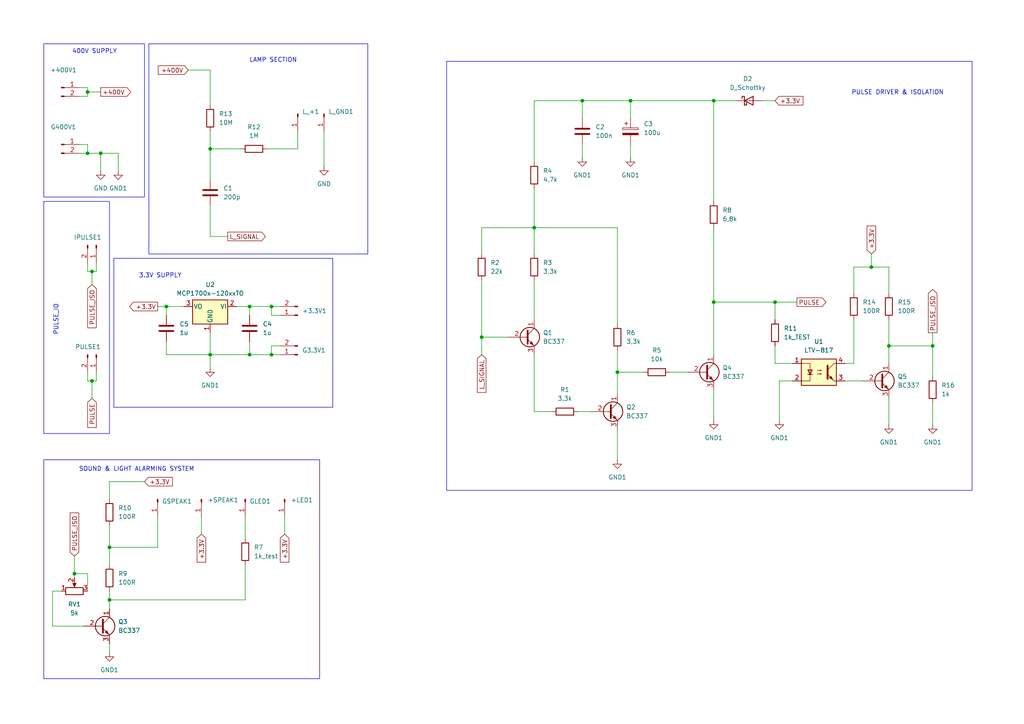
<source format=kicad_sch>
(kicad_sch
	(version 20231120)
	(generator "eeschema")
	(generator_version "8.0")
	(uuid "4ecb6eaf-bab8-4ba4-9be2-a9745f461bb9")
	(paper "A4")
	(lib_symbols
		(symbol "Connector:Conn_01x01_Pin"
			(pin_names
				(offset 1.016) hide)
			(exclude_from_sim no)
			(in_bom yes)
			(on_board yes)
			(property "Reference" "J"
				(at 0 2.54 0)
				(effects
					(font
						(size 1.27 1.27)
					)
				)
			)
			(property "Value" "Conn_01x01_Pin"
				(at 0 -2.54 0)
				(effects
					(font
						(size 1.27 1.27)
					)
				)
			)
			(property "Footprint" ""
				(at 0 0 0)
				(effects
					(font
						(size 1.27 1.27)
					)
					(hide yes)
				)
			)
			(property "Datasheet" "~"
				(at 0 0 0)
				(effects
					(font
						(size 1.27 1.27)
					)
					(hide yes)
				)
			)
			(property "Description" "Generic connector, single row, 01x01, script generated"
				(at 0 0 0)
				(effects
					(font
						(size 1.27 1.27)
					)
					(hide yes)
				)
			)
			(property "ki_locked" ""
				(at 0 0 0)
				(effects
					(font
						(size 1.27 1.27)
					)
				)
			)
			(property "ki_keywords" "connector"
				(at 0 0 0)
				(effects
					(font
						(size 1.27 1.27)
					)
					(hide yes)
				)
			)
			(property "ki_fp_filters" "Connector*:*_1x??_*"
				(at 0 0 0)
				(effects
					(font
						(size 1.27 1.27)
					)
					(hide yes)
				)
			)
			(symbol "Conn_01x01_Pin_1_1"
				(polyline
					(pts
						(xy 1.27 0) (xy 0.8636 0)
					)
					(stroke
						(width 0.1524)
						(type default)
					)
					(fill
						(type none)
					)
				)
				(rectangle
					(start 0.8636 0.127)
					(end 0 -0.127)
					(stroke
						(width 0.1524)
						(type default)
					)
					(fill
						(type outline)
					)
				)
				(pin passive line
					(at 5.08 0 180)
					(length 3.81)
					(name "Pin_1"
						(effects
							(font
								(size 1.27 1.27)
							)
						)
					)
					(number "1"
						(effects
							(font
								(size 1.27 1.27)
							)
						)
					)
				)
			)
		)
		(symbol "Connector:Conn_01x02_Pin"
			(pin_names
				(offset 1.016) hide)
			(exclude_from_sim no)
			(in_bom yes)
			(on_board yes)
			(property "Reference" "J"
				(at 0 2.54 0)
				(effects
					(font
						(size 1.27 1.27)
					)
				)
			)
			(property "Value" "Conn_01x02_Pin"
				(at 0 -5.08 0)
				(effects
					(font
						(size 1.27 1.27)
					)
				)
			)
			(property "Footprint" ""
				(at 0 0 0)
				(effects
					(font
						(size 1.27 1.27)
					)
					(hide yes)
				)
			)
			(property "Datasheet" "~"
				(at 0 0 0)
				(effects
					(font
						(size 1.27 1.27)
					)
					(hide yes)
				)
			)
			(property "Description" "Generic connector, single row, 01x02, script generated"
				(at 0 0 0)
				(effects
					(font
						(size 1.27 1.27)
					)
					(hide yes)
				)
			)
			(property "ki_locked" ""
				(at 0 0 0)
				(effects
					(font
						(size 1.27 1.27)
					)
				)
			)
			(property "ki_keywords" "connector"
				(at 0 0 0)
				(effects
					(font
						(size 1.27 1.27)
					)
					(hide yes)
				)
			)
			(property "ki_fp_filters" "Connector*:*_1x??_*"
				(at 0 0 0)
				(effects
					(font
						(size 1.27 1.27)
					)
					(hide yes)
				)
			)
			(symbol "Conn_01x02_Pin_1_1"
				(polyline
					(pts
						(xy 1.27 -2.54) (xy 0.8636 -2.54)
					)
					(stroke
						(width 0.1524)
						(type default)
					)
					(fill
						(type none)
					)
				)
				(polyline
					(pts
						(xy 1.27 0) (xy 0.8636 0)
					)
					(stroke
						(width 0.1524)
						(type default)
					)
					(fill
						(type none)
					)
				)
				(rectangle
					(start 0.8636 -2.413)
					(end 0 -2.667)
					(stroke
						(width 0.1524)
						(type default)
					)
					(fill
						(type outline)
					)
				)
				(rectangle
					(start 0.8636 0.127)
					(end 0 -0.127)
					(stroke
						(width 0.1524)
						(type default)
					)
					(fill
						(type outline)
					)
				)
				(pin passive line
					(at 5.08 0 180)
					(length 3.81)
					(name "Pin_1"
						(effects
							(font
								(size 1.27 1.27)
							)
						)
					)
					(number "1"
						(effects
							(font
								(size 1.27 1.27)
							)
						)
					)
				)
				(pin passive line
					(at 5.08 -2.54 180)
					(length 3.81)
					(name "Pin_2"
						(effects
							(font
								(size 1.27 1.27)
							)
						)
					)
					(number "2"
						(effects
							(font
								(size 1.27 1.27)
							)
						)
					)
				)
			)
		)
		(symbol "Device:C"
			(pin_numbers hide)
			(pin_names
				(offset 0.254)
			)
			(exclude_from_sim no)
			(in_bom yes)
			(on_board yes)
			(property "Reference" "C"
				(at 0.635 2.54 0)
				(effects
					(font
						(size 1.27 1.27)
					)
					(justify left)
				)
			)
			(property "Value" "C"
				(at 0.635 -2.54 0)
				(effects
					(font
						(size 1.27 1.27)
					)
					(justify left)
				)
			)
			(property "Footprint" ""
				(at 0.9652 -3.81 0)
				(effects
					(font
						(size 1.27 1.27)
					)
					(hide yes)
				)
			)
			(property "Datasheet" "~"
				(at 0 0 0)
				(effects
					(font
						(size 1.27 1.27)
					)
					(hide yes)
				)
			)
			(property "Description" "Unpolarized capacitor"
				(at 0 0 0)
				(effects
					(font
						(size 1.27 1.27)
					)
					(hide yes)
				)
			)
			(property "ki_keywords" "cap capacitor"
				(at 0 0 0)
				(effects
					(font
						(size 1.27 1.27)
					)
					(hide yes)
				)
			)
			(property "ki_fp_filters" "C_*"
				(at 0 0 0)
				(effects
					(font
						(size 1.27 1.27)
					)
					(hide yes)
				)
			)
			(symbol "C_0_1"
				(polyline
					(pts
						(xy -2.032 -0.762) (xy 2.032 -0.762)
					)
					(stroke
						(width 0.508)
						(type default)
					)
					(fill
						(type none)
					)
				)
				(polyline
					(pts
						(xy -2.032 0.762) (xy 2.032 0.762)
					)
					(stroke
						(width 0.508)
						(type default)
					)
					(fill
						(type none)
					)
				)
			)
			(symbol "C_1_1"
				(pin passive line
					(at 0 3.81 270)
					(length 2.794)
					(name "~"
						(effects
							(font
								(size 1.27 1.27)
							)
						)
					)
					(number "1"
						(effects
							(font
								(size 1.27 1.27)
							)
						)
					)
				)
				(pin passive line
					(at 0 -3.81 90)
					(length 2.794)
					(name "~"
						(effects
							(font
								(size 1.27 1.27)
							)
						)
					)
					(number "2"
						(effects
							(font
								(size 1.27 1.27)
							)
						)
					)
				)
			)
		)
		(symbol "Device:C_Polarized"
			(pin_numbers hide)
			(pin_names
				(offset 0.254)
			)
			(exclude_from_sim no)
			(in_bom yes)
			(on_board yes)
			(property "Reference" "C"
				(at 0.635 2.54 0)
				(effects
					(font
						(size 1.27 1.27)
					)
					(justify left)
				)
			)
			(property "Value" "C_Polarized"
				(at 0.635 -2.54 0)
				(effects
					(font
						(size 1.27 1.27)
					)
					(justify left)
				)
			)
			(property "Footprint" ""
				(at 0.9652 -3.81 0)
				(effects
					(font
						(size 1.27 1.27)
					)
					(hide yes)
				)
			)
			(property "Datasheet" "~"
				(at 0 0 0)
				(effects
					(font
						(size 1.27 1.27)
					)
					(hide yes)
				)
			)
			(property "Description" "Polarized capacitor"
				(at 0 0 0)
				(effects
					(font
						(size 1.27 1.27)
					)
					(hide yes)
				)
			)
			(property "ki_keywords" "cap capacitor"
				(at 0 0 0)
				(effects
					(font
						(size 1.27 1.27)
					)
					(hide yes)
				)
			)
			(property "ki_fp_filters" "CP_*"
				(at 0 0 0)
				(effects
					(font
						(size 1.27 1.27)
					)
					(hide yes)
				)
			)
			(symbol "C_Polarized_0_1"
				(rectangle
					(start -2.286 0.508)
					(end 2.286 1.016)
					(stroke
						(width 0)
						(type default)
					)
					(fill
						(type none)
					)
				)
				(polyline
					(pts
						(xy -1.778 2.286) (xy -0.762 2.286)
					)
					(stroke
						(width 0)
						(type default)
					)
					(fill
						(type none)
					)
				)
				(polyline
					(pts
						(xy -1.27 2.794) (xy -1.27 1.778)
					)
					(stroke
						(width 0)
						(type default)
					)
					(fill
						(type none)
					)
				)
				(rectangle
					(start 2.286 -0.508)
					(end -2.286 -1.016)
					(stroke
						(width 0)
						(type default)
					)
					(fill
						(type outline)
					)
				)
			)
			(symbol "C_Polarized_1_1"
				(pin passive line
					(at 0 3.81 270)
					(length 2.794)
					(name "~"
						(effects
							(font
								(size 1.27 1.27)
							)
						)
					)
					(number "1"
						(effects
							(font
								(size 1.27 1.27)
							)
						)
					)
				)
				(pin passive line
					(at 0 -3.81 90)
					(length 2.794)
					(name "~"
						(effects
							(font
								(size 1.27 1.27)
							)
						)
					)
					(number "2"
						(effects
							(font
								(size 1.27 1.27)
							)
						)
					)
				)
			)
		)
		(symbol "Device:D_Schottky"
			(pin_numbers hide)
			(pin_names
				(offset 1.016) hide)
			(exclude_from_sim no)
			(in_bom yes)
			(on_board yes)
			(property "Reference" "D"
				(at 0 2.54 0)
				(effects
					(font
						(size 1.27 1.27)
					)
				)
			)
			(property "Value" "D_Schottky"
				(at 0 -2.54 0)
				(effects
					(font
						(size 1.27 1.27)
					)
				)
			)
			(property "Footprint" ""
				(at 0 0 0)
				(effects
					(font
						(size 1.27 1.27)
					)
					(hide yes)
				)
			)
			(property "Datasheet" "~"
				(at 0 0 0)
				(effects
					(font
						(size 1.27 1.27)
					)
					(hide yes)
				)
			)
			(property "Description" "Schottky diode"
				(at 0 0 0)
				(effects
					(font
						(size 1.27 1.27)
					)
					(hide yes)
				)
			)
			(property "ki_keywords" "diode Schottky"
				(at 0 0 0)
				(effects
					(font
						(size 1.27 1.27)
					)
					(hide yes)
				)
			)
			(property "ki_fp_filters" "TO-???* *_Diode_* *SingleDiode* D_*"
				(at 0 0 0)
				(effects
					(font
						(size 1.27 1.27)
					)
					(hide yes)
				)
			)
			(symbol "D_Schottky_0_1"
				(polyline
					(pts
						(xy 1.27 0) (xy -1.27 0)
					)
					(stroke
						(width 0)
						(type default)
					)
					(fill
						(type none)
					)
				)
				(polyline
					(pts
						(xy 1.27 1.27) (xy 1.27 -1.27) (xy -1.27 0) (xy 1.27 1.27)
					)
					(stroke
						(width 0.254)
						(type default)
					)
					(fill
						(type none)
					)
				)
				(polyline
					(pts
						(xy -1.905 0.635) (xy -1.905 1.27) (xy -1.27 1.27) (xy -1.27 -1.27) (xy -0.635 -1.27) (xy -0.635 -0.635)
					)
					(stroke
						(width 0.254)
						(type default)
					)
					(fill
						(type none)
					)
				)
			)
			(symbol "D_Schottky_1_1"
				(pin passive line
					(at -3.81 0 0)
					(length 2.54)
					(name "K"
						(effects
							(font
								(size 1.27 1.27)
							)
						)
					)
					(number "1"
						(effects
							(font
								(size 1.27 1.27)
							)
						)
					)
				)
				(pin passive line
					(at 3.81 0 180)
					(length 2.54)
					(name "A"
						(effects
							(font
								(size 1.27 1.27)
							)
						)
					)
					(number "2"
						(effects
							(font
								(size 1.27 1.27)
							)
						)
					)
				)
			)
		)
		(symbol "Device:R"
			(pin_numbers hide)
			(pin_names
				(offset 0)
			)
			(exclude_from_sim no)
			(in_bom yes)
			(on_board yes)
			(property "Reference" "R"
				(at 2.032 0 90)
				(effects
					(font
						(size 1.27 1.27)
					)
				)
			)
			(property "Value" "R"
				(at 0 0 90)
				(effects
					(font
						(size 1.27 1.27)
					)
				)
			)
			(property "Footprint" ""
				(at -1.778 0 90)
				(effects
					(font
						(size 1.27 1.27)
					)
					(hide yes)
				)
			)
			(property "Datasheet" "~"
				(at 0 0 0)
				(effects
					(font
						(size 1.27 1.27)
					)
					(hide yes)
				)
			)
			(property "Description" "Resistor"
				(at 0 0 0)
				(effects
					(font
						(size 1.27 1.27)
					)
					(hide yes)
				)
			)
			(property "ki_keywords" "R res resistor"
				(at 0 0 0)
				(effects
					(font
						(size 1.27 1.27)
					)
					(hide yes)
				)
			)
			(property "ki_fp_filters" "R_*"
				(at 0 0 0)
				(effects
					(font
						(size 1.27 1.27)
					)
					(hide yes)
				)
			)
			(symbol "R_0_1"
				(rectangle
					(start -1.016 -2.54)
					(end 1.016 2.54)
					(stroke
						(width 0.254)
						(type default)
					)
					(fill
						(type none)
					)
				)
			)
			(symbol "R_1_1"
				(pin passive line
					(at 0 3.81 270)
					(length 1.27)
					(name "~"
						(effects
							(font
								(size 1.27 1.27)
							)
						)
					)
					(number "1"
						(effects
							(font
								(size 1.27 1.27)
							)
						)
					)
				)
				(pin passive line
					(at 0 -3.81 90)
					(length 1.27)
					(name "~"
						(effects
							(font
								(size 1.27 1.27)
							)
						)
					)
					(number "2"
						(effects
							(font
								(size 1.27 1.27)
							)
						)
					)
				)
			)
		)
		(symbol "Device:R_Potentiometer"
			(pin_names
				(offset 1.016) hide)
			(exclude_from_sim no)
			(in_bom yes)
			(on_board yes)
			(property "Reference" "RV"
				(at -4.445 0 90)
				(effects
					(font
						(size 1.27 1.27)
					)
				)
			)
			(property "Value" "R_Potentiometer"
				(at -2.54 0 90)
				(effects
					(font
						(size 1.27 1.27)
					)
				)
			)
			(property "Footprint" ""
				(at 0 0 0)
				(effects
					(font
						(size 1.27 1.27)
					)
					(hide yes)
				)
			)
			(property "Datasheet" "~"
				(at 0 0 0)
				(effects
					(font
						(size 1.27 1.27)
					)
					(hide yes)
				)
			)
			(property "Description" "Potentiometer"
				(at 0 0 0)
				(effects
					(font
						(size 1.27 1.27)
					)
					(hide yes)
				)
			)
			(property "ki_keywords" "resistor variable"
				(at 0 0 0)
				(effects
					(font
						(size 1.27 1.27)
					)
					(hide yes)
				)
			)
			(property "ki_fp_filters" "Potentiometer*"
				(at 0 0 0)
				(effects
					(font
						(size 1.27 1.27)
					)
					(hide yes)
				)
			)
			(symbol "R_Potentiometer_0_1"
				(polyline
					(pts
						(xy 2.54 0) (xy 1.524 0)
					)
					(stroke
						(width 0)
						(type default)
					)
					(fill
						(type none)
					)
				)
				(polyline
					(pts
						(xy 1.143 0) (xy 2.286 0.508) (xy 2.286 -0.508) (xy 1.143 0)
					)
					(stroke
						(width 0)
						(type default)
					)
					(fill
						(type outline)
					)
				)
				(rectangle
					(start 1.016 2.54)
					(end -1.016 -2.54)
					(stroke
						(width 0.254)
						(type default)
					)
					(fill
						(type none)
					)
				)
			)
			(symbol "R_Potentiometer_1_1"
				(pin passive line
					(at 0 3.81 270)
					(length 1.27)
					(name "1"
						(effects
							(font
								(size 1.27 1.27)
							)
						)
					)
					(number "1"
						(effects
							(font
								(size 1.27 1.27)
							)
						)
					)
				)
				(pin passive line
					(at 3.81 0 180)
					(length 1.27)
					(name "2"
						(effects
							(font
								(size 1.27 1.27)
							)
						)
					)
					(number "2"
						(effects
							(font
								(size 1.27 1.27)
							)
						)
					)
				)
				(pin passive line
					(at 0 -3.81 90)
					(length 1.27)
					(name "3"
						(effects
							(font
								(size 1.27 1.27)
							)
						)
					)
					(number "3"
						(effects
							(font
								(size 1.27 1.27)
							)
						)
					)
				)
			)
		)
		(symbol "Isolator:LTV-817"
			(pin_names
				(offset 1.016)
			)
			(exclude_from_sim no)
			(in_bom yes)
			(on_board yes)
			(property "Reference" "U"
				(at -5.08 5.08 0)
				(effects
					(font
						(size 1.27 1.27)
					)
					(justify left)
				)
			)
			(property "Value" "LTV-817"
				(at 0 5.08 0)
				(effects
					(font
						(size 1.27 1.27)
					)
					(justify left)
				)
			)
			(property "Footprint" "Package_DIP:DIP-4_W7.62mm"
				(at -5.08 -5.08 0)
				(effects
					(font
						(size 1.27 1.27)
						(italic yes)
					)
					(justify left)
					(hide yes)
				)
			)
			(property "Datasheet" "http://www.us.liteon.com/downloads/LTV-817-827-847.PDF"
				(at 0 -2.54 0)
				(effects
					(font
						(size 1.27 1.27)
					)
					(justify left)
					(hide yes)
				)
			)
			(property "Description" "DC Optocoupler, Vce 35V, CTR 50%, DIP-4"
				(at 0 0 0)
				(effects
					(font
						(size 1.27 1.27)
					)
					(hide yes)
				)
			)
			(property "ki_keywords" "NPN DC Optocoupler"
				(at 0 0 0)
				(effects
					(font
						(size 1.27 1.27)
					)
					(hide yes)
				)
			)
			(property "ki_fp_filters" "DIP*W7.62mm*"
				(at 0 0 0)
				(effects
					(font
						(size 1.27 1.27)
					)
					(hide yes)
				)
			)
			(symbol "LTV-817_0_1"
				(rectangle
					(start -5.08 3.81)
					(end 5.08 -3.81)
					(stroke
						(width 0.254)
						(type default)
					)
					(fill
						(type background)
					)
				)
				(polyline
					(pts
						(xy -3.175 -0.635) (xy -1.905 -0.635)
					)
					(stroke
						(width 0.254)
						(type default)
					)
					(fill
						(type none)
					)
				)
				(polyline
					(pts
						(xy 2.54 0.635) (xy 4.445 2.54)
					)
					(stroke
						(width 0)
						(type default)
					)
					(fill
						(type none)
					)
				)
				(polyline
					(pts
						(xy 4.445 -2.54) (xy 2.54 -0.635)
					)
					(stroke
						(width 0)
						(type default)
					)
					(fill
						(type outline)
					)
				)
				(polyline
					(pts
						(xy 4.445 -2.54) (xy 5.08 -2.54)
					)
					(stroke
						(width 0)
						(type default)
					)
					(fill
						(type none)
					)
				)
				(polyline
					(pts
						(xy 4.445 2.54) (xy 5.08 2.54)
					)
					(stroke
						(width 0)
						(type default)
					)
					(fill
						(type none)
					)
				)
				(polyline
					(pts
						(xy -5.08 2.54) (xy -2.54 2.54) (xy -2.54 -0.762)
					)
					(stroke
						(width 0)
						(type default)
					)
					(fill
						(type none)
					)
				)
				(polyline
					(pts
						(xy -2.54 -0.635) (xy -2.54 -2.54) (xy -5.08 -2.54)
					)
					(stroke
						(width 0)
						(type default)
					)
					(fill
						(type none)
					)
				)
				(polyline
					(pts
						(xy 2.54 1.905) (xy 2.54 -1.905) (xy 2.54 -1.905)
					)
					(stroke
						(width 0.508)
						(type default)
					)
					(fill
						(type none)
					)
				)
				(polyline
					(pts
						(xy -2.54 -0.635) (xy -3.175 0.635) (xy -1.905 0.635) (xy -2.54 -0.635)
					)
					(stroke
						(width 0.254)
						(type default)
					)
					(fill
						(type none)
					)
				)
				(polyline
					(pts
						(xy -0.508 -0.508) (xy 0.762 -0.508) (xy 0.381 -0.635) (xy 0.381 -0.381) (xy 0.762 -0.508)
					)
					(stroke
						(width 0)
						(type default)
					)
					(fill
						(type none)
					)
				)
				(polyline
					(pts
						(xy -0.508 0.508) (xy 0.762 0.508) (xy 0.381 0.381) (xy 0.381 0.635) (xy 0.762 0.508)
					)
					(stroke
						(width 0)
						(type default)
					)
					(fill
						(type none)
					)
				)
				(polyline
					(pts
						(xy 3.048 -1.651) (xy 3.556 -1.143) (xy 4.064 -2.159) (xy 3.048 -1.651) (xy 3.048 -1.651)
					)
					(stroke
						(width 0)
						(type default)
					)
					(fill
						(type outline)
					)
				)
			)
			(symbol "LTV-817_1_1"
				(pin passive line
					(at -7.62 2.54 0)
					(length 2.54)
					(name "~"
						(effects
							(font
								(size 1.27 1.27)
							)
						)
					)
					(number "1"
						(effects
							(font
								(size 1.27 1.27)
							)
						)
					)
				)
				(pin passive line
					(at -7.62 -2.54 0)
					(length 2.54)
					(name "~"
						(effects
							(font
								(size 1.27 1.27)
							)
						)
					)
					(number "2"
						(effects
							(font
								(size 1.27 1.27)
							)
						)
					)
				)
				(pin passive line
					(at 7.62 -2.54 180)
					(length 2.54)
					(name "~"
						(effects
							(font
								(size 1.27 1.27)
							)
						)
					)
					(number "3"
						(effects
							(font
								(size 1.27 1.27)
							)
						)
					)
				)
				(pin passive line
					(at 7.62 2.54 180)
					(length 2.54)
					(name "~"
						(effects
							(font
								(size 1.27 1.27)
							)
						)
					)
					(number "4"
						(effects
							(font
								(size 1.27 1.27)
							)
						)
					)
				)
			)
		)
		(symbol "Regulator_Linear:MCP1700x-120xxTO"
			(pin_names
				(offset 0.254)
			)
			(exclude_from_sim no)
			(in_bom yes)
			(on_board yes)
			(property "Reference" "U"
				(at -3.81 -3.175 0)
				(effects
					(font
						(size 1.27 1.27)
					)
				)
			)
			(property "Value" "MCP1700x-120xxTO"
				(at 0 -3.175 0)
				(effects
					(font
						(size 1.27 1.27)
					)
					(justify left)
				)
			)
			(property "Footprint" "Package_TO_SOT_THT:TO-92_Inline"
				(at 0 -5.08 0)
				(effects
					(font
						(size 1.27 1.27)
						(italic yes)
					)
					(hide yes)
				)
			)
			(property "Datasheet" "http://ww1.microchip.com/downloads/en/DeviceDoc/20001826D.pdf"
				(at 0 0 0)
				(effects
					(font
						(size 1.27 1.27)
					)
					(hide yes)
				)
			)
			(property "Description" "250mA Low Quiscent Current LDO, 1.2V output, TO-92"
				(at 0 0 0)
				(effects
					(font
						(size 1.27 1.27)
					)
					(hide yes)
				)
			)
			(property "ki_keywords" "regulator linear ldo"
				(at 0 0 0)
				(effects
					(font
						(size 1.27 1.27)
					)
					(hide yes)
				)
			)
			(property "ki_fp_filters" "TO?92*"
				(at 0 0 0)
				(effects
					(font
						(size 1.27 1.27)
					)
					(hide yes)
				)
			)
			(symbol "MCP1700x-120xxTO_0_1"
				(rectangle
					(start -5.08 5.08)
					(end 5.08 -1.905)
					(stroke
						(width 0.254)
						(type default)
					)
					(fill
						(type background)
					)
				)
			)
			(symbol "MCP1700x-120xxTO_1_1"
				(pin power_in line
					(at 0 7.62 270)
					(length 2.54)
					(name "GND"
						(effects
							(font
								(size 1.27 1.27)
							)
						)
					)
					(number "1"
						(effects
							(font
								(size 1.27 1.27)
							)
						)
					)
				)
				(pin power_in line
					(at -7.62 0 0)
					(length 2.54)
					(name "VI"
						(effects
							(font
								(size 1.27 1.27)
							)
						)
					)
					(number "2"
						(effects
							(font
								(size 1.27 1.27)
							)
						)
					)
				)
				(pin power_out line
					(at 7.62 0 180)
					(length 2.54)
					(name "VO"
						(effects
							(font
								(size 1.27 1.27)
							)
						)
					)
					(number "3"
						(effects
							(font
								(size 1.27 1.27)
							)
						)
					)
				)
			)
		)
		(symbol "Transistor_BJT:BC337"
			(pin_names
				(offset 0) hide)
			(exclude_from_sim no)
			(in_bom yes)
			(on_board yes)
			(property "Reference" "Q"
				(at 5.08 1.905 0)
				(effects
					(font
						(size 1.27 1.27)
					)
					(justify left)
				)
			)
			(property "Value" "BC337"
				(at 5.08 0 0)
				(effects
					(font
						(size 1.27 1.27)
					)
					(justify left)
				)
			)
			(property "Footprint" "Package_TO_SOT_THT:TO-92_Inline"
				(at 5.08 -1.905 0)
				(effects
					(font
						(size 1.27 1.27)
						(italic yes)
					)
					(justify left)
					(hide yes)
				)
			)
			(property "Datasheet" "https://diotec.com/tl_files/diotec/files/pdf/datasheets/bc337.pdf"
				(at 0 0 0)
				(effects
					(font
						(size 1.27 1.27)
					)
					(justify left)
					(hide yes)
				)
			)
			(property "Description" "0.8A Ic, 45V Vce, NPN Transistor, TO-92"
				(at 0 0 0)
				(effects
					(font
						(size 1.27 1.27)
					)
					(hide yes)
				)
			)
			(property "ki_keywords" "NPN Transistor"
				(at 0 0 0)
				(effects
					(font
						(size 1.27 1.27)
					)
					(hide yes)
				)
			)
			(property "ki_fp_filters" "TO?92*"
				(at 0 0 0)
				(effects
					(font
						(size 1.27 1.27)
					)
					(hide yes)
				)
			)
			(symbol "BC337_0_1"
				(polyline
					(pts
						(xy 0 0) (xy 0.635 0)
					)
					(stroke
						(width 0)
						(type default)
					)
					(fill
						(type none)
					)
				)
				(polyline
					(pts
						(xy 0.635 0.635) (xy 2.54 2.54)
					)
					(stroke
						(width 0)
						(type default)
					)
					(fill
						(type none)
					)
				)
				(polyline
					(pts
						(xy 0.635 -0.635) (xy 2.54 -2.54) (xy 2.54 -2.54)
					)
					(stroke
						(width 0)
						(type default)
					)
					(fill
						(type none)
					)
				)
				(polyline
					(pts
						(xy 0.635 1.905) (xy 0.635 -1.905) (xy 0.635 -1.905)
					)
					(stroke
						(width 0.508)
						(type default)
					)
					(fill
						(type none)
					)
				)
				(polyline
					(pts
						(xy 1.27 -1.778) (xy 1.778 -1.27) (xy 2.286 -2.286) (xy 1.27 -1.778) (xy 1.27 -1.778)
					)
					(stroke
						(width 0)
						(type default)
					)
					(fill
						(type outline)
					)
				)
				(circle
					(center 1.27 0)
					(radius 2.8194)
					(stroke
						(width 0.254)
						(type default)
					)
					(fill
						(type none)
					)
				)
			)
			(symbol "BC337_1_1"
				(pin passive line
					(at 2.54 5.08 270)
					(length 2.54)
					(name "C"
						(effects
							(font
								(size 1.27 1.27)
							)
						)
					)
					(number "1"
						(effects
							(font
								(size 1.27 1.27)
							)
						)
					)
				)
				(pin input line
					(at -5.08 0 0)
					(length 5.08)
					(name "B"
						(effects
							(font
								(size 1.27 1.27)
							)
						)
					)
					(number "2"
						(effects
							(font
								(size 1.27 1.27)
							)
						)
					)
				)
				(pin passive line
					(at 2.54 -5.08 90)
					(length 2.54)
					(name "E"
						(effects
							(font
								(size 1.27 1.27)
							)
						)
					)
					(number "3"
						(effects
							(font
								(size 1.27 1.27)
							)
						)
					)
				)
			)
		)
		(symbol "power:GND"
			(power)
			(pin_numbers hide)
			(pin_names
				(offset 0) hide)
			(exclude_from_sim no)
			(in_bom yes)
			(on_board yes)
			(property "Reference" "#PWR"
				(at 0 -6.35 0)
				(effects
					(font
						(size 1.27 1.27)
					)
					(hide yes)
				)
			)
			(property "Value" "GND"
				(at 0 -3.81 0)
				(effects
					(font
						(size 1.27 1.27)
					)
				)
			)
			(property "Footprint" ""
				(at 0 0 0)
				(effects
					(font
						(size 1.27 1.27)
					)
					(hide yes)
				)
			)
			(property "Datasheet" ""
				(at 0 0 0)
				(effects
					(font
						(size 1.27 1.27)
					)
					(hide yes)
				)
			)
			(property "Description" "Power symbol creates a global label with name \"GND\" , ground"
				(at 0 0 0)
				(effects
					(font
						(size 1.27 1.27)
					)
					(hide yes)
				)
			)
			(property "ki_keywords" "global power"
				(at 0 0 0)
				(effects
					(font
						(size 1.27 1.27)
					)
					(hide yes)
				)
			)
			(symbol "GND_0_1"
				(polyline
					(pts
						(xy 0 0) (xy 0 -1.27) (xy 1.27 -1.27) (xy 0 -2.54) (xy -1.27 -1.27) (xy 0 -1.27)
					)
					(stroke
						(width 0)
						(type default)
					)
					(fill
						(type none)
					)
				)
			)
			(symbol "GND_1_1"
				(pin power_in line
					(at 0 0 270)
					(length 0)
					(name "~"
						(effects
							(font
								(size 1.27 1.27)
							)
						)
					)
					(number "1"
						(effects
							(font
								(size 1.27 1.27)
							)
						)
					)
				)
			)
		)
		(symbol "power:GND1"
			(power)
			(pin_numbers hide)
			(pin_names
				(offset 0) hide)
			(exclude_from_sim no)
			(in_bom yes)
			(on_board yes)
			(property "Reference" "#PWR"
				(at 0 -6.35 0)
				(effects
					(font
						(size 1.27 1.27)
					)
					(hide yes)
				)
			)
			(property "Value" "GND1"
				(at 0 -3.81 0)
				(effects
					(font
						(size 1.27 1.27)
					)
				)
			)
			(property "Footprint" ""
				(at 0 0 0)
				(effects
					(font
						(size 1.27 1.27)
					)
					(hide yes)
				)
			)
			(property "Datasheet" ""
				(at 0 0 0)
				(effects
					(font
						(size 1.27 1.27)
					)
					(hide yes)
				)
			)
			(property "Description" "Power symbol creates a global label with name \"GND1\" , ground"
				(at 0 0 0)
				(effects
					(font
						(size 1.27 1.27)
					)
					(hide yes)
				)
			)
			(property "ki_keywords" "global power"
				(at 0 0 0)
				(effects
					(font
						(size 1.27 1.27)
					)
					(hide yes)
				)
			)
			(symbol "GND1_0_1"
				(polyline
					(pts
						(xy 0 0) (xy 0 -1.27) (xy 1.27 -1.27) (xy 0 -2.54) (xy -1.27 -1.27) (xy 0 -1.27)
					)
					(stroke
						(width 0)
						(type default)
					)
					(fill
						(type none)
					)
				)
			)
			(symbol "GND1_1_1"
				(pin power_in line
					(at 0 0 270)
					(length 0)
					(name "~"
						(effects
							(font
								(size 1.27 1.27)
							)
						)
					)
					(number "1"
						(effects
							(font
								(size 1.27 1.27)
							)
						)
					)
				)
			)
		)
	)
	(junction
		(at 31.75 158.75)
		(diameter 0)
		(color 0 0 0 0)
		(uuid "01259681-d3db-42fe-9e55-d7bdacddeae1")
	)
	(junction
		(at 207.01 87.63)
		(diameter 0)
		(color 0 0 0 0)
		(uuid "096d007a-bc2c-42a1-a7c6-02c204710d8b")
	)
	(junction
		(at 26.67 110.49)
		(diameter 0)
		(color 0 0 0 0)
		(uuid "0c6bd914-97ba-4c39-84fe-cd2e9dd8efc5")
	)
	(junction
		(at 25.4 44.45)
		(diameter 0)
		(color 0 0 0 0)
		(uuid "0d01515a-e055-49bd-94b9-5332985de324")
	)
	(junction
		(at 224.79 87.63)
		(diameter 0)
		(color 0 0 0 0)
		(uuid "119873fe-d164-4403-a930-26fddd38b8da")
	)
	(junction
		(at 182.88 29.21)
		(diameter 0)
		(color 0 0 0 0)
		(uuid "1605f84f-fdea-42d2-bed3-03ab6aca7a51")
	)
	(junction
		(at 48.26 88.9)
		(diameter 0)
		(color 0 0 0 0)
		(uuid "20001873-2255-44fc-b87e-668f95665fe7")
	)
	(junction
		(at 154.94 66.04)
		(diameter 0)
		(color 0 0 0 0)
		(uuid "25023c7e-fa45-4ef6-be37-8bb9ed45c210")
	)
	(junction
		(at 72.39 102.87)
		(diameter 0)
		(color 0 0 0 0)
		(uuid "2c818817-2652-4312-814a-ee651880124e")
	)
	(junction
		(at 60.96 102.87)
		(diameter 0)
		(color 0 0 0 0)
		(uuid "364aca63-5b23-4fc9-b909-7caa6136f142")
	)
	(junction
		(at 270.51 100.33)
		(diameter 0)
		(color 0 0 0 0)
		(uuid "3e85218a-d922-4536-b7f0-66815197895b")
	)
	(junction
		(at 29.21 44.45)
		(diameter 0)
		(color 0 0 0 0)
		(uuid "486902f0-1b0f-46ad-a058-9754aa221b5c")
	)
	(junction
		(at 60.96 43.18)
		(diameter 0)
		(color 0 0 0 0)
		(uuid "4b333006-1d4b-44ef-93f9-ba8bb0c69fd0")
	)
	(junction
		(at 25.4 26.67)
		(diameter 0)
		(color 0 0 0 0)
		(uuid "57bde602-59b6-4f6b-9783-fe9bbfebf458")
	)
	(junction
		(at 26.67 78.74)
		(diameter 0)
		(color 0 0 0 0)
		(uuid "68f9bc04-6ac3-48ee-85c0-b85478667006")
	)
	(junction
		(at 21.59 166.37)
		(diameter 0)
		(color 0 0 0 0)
		(uuid "758011ee-e081-418f-ac5f-337f8eddd5b3")
	)
	(junction
		(at 78.74 88.9)
		(diameter 0)
		(color 0 0 0 0)
		(uuid "7601c4be-c659-4e7c-8b2f-2334708ff1d3")
	)
	(junction
		(at 72.39 88.9)
		(diameter 0)
		(color 0 0 0 0)
		(uuid "804d1967-977a-466f-b2dd-c9b206df12bf")
	)
	(junction
		(at 31.75 173.99)
		(diameter 0)
		(color 0 0 0 0)
		(uuid "a3d8e973-64df-44c5-8d7b-7c54b0b8432e")
	)
	(junction
		(at 78.74 102.87)
		(diameter 0)
		(color 0 0 0 0)
		(uuid "ba670cfd-b8c5-4a4d-9cde-aff61fde8278")
	)
	(junction
		(at 252.73 77.47)
		(diameter 0)
		(color 0 0 0 0)
		(uuid "baa8361b-4228-48aa-b952-febc3624152a")
	)
	(junction
		(at 139.7 97.79)
		(diameter 0)
		(color 0 0 0 0)
		(uuid "bb62c256-032e-4373-a596-d2c51a71cf40")
	)
	(junction
		(at 168.91 29.21)
		(diameter 0)
		(color 0 0 0 0)
		(uuid "c5739966-68e5-4f2b-9b5d-d31c77e2c98c")
	)
	(junction
		(at 179.07 107.95)
		(diameter 0)
		(color 0 0 0 0)
		(uuid "d1f50d7d-3ccd-4728-962f-36ed60f8c382")
	)
	(junction
		(at 207.01 29.21)
		(diameter 0)
		(color 0 0 0 0)
		(uuid "e349392f-bc9c-487c-88db-1f07f7988833")
	)
	(junction
		(at 257.81 100.33)
		(diameter 0)
		(color 0 0 0 0)
		(uuid "f8df2630-192e-48f7-b603-21cc6bb1af55")
	)
	(wire
		(pts
			(xy 25.4 171.45) (xy 25.4 166.37)
		)
		(stroke
			(width 0)
			(type default)
		)
		(uuid "02dcc7be-a6b4-45de-8eeb-35106c05f189")
	)
	(wire
		(pts
			(xy 270.51 116.84) (xy 270.51 123.19)
		)
		(stroke
			(width 0)
			(type default)
		)
		(uuid "03b6c717-c5de-4c84-92be-d1f41b529eef")
	)
	(wire
		(pts
			(xy 207.01 66.04) (xy 207.01 87.63)
		)
		(stroke
			(width 0)
			(type default)
		)
		(uuid "04ee94fa-85d5-426c-b10e-bc7d8d747c04")
	)
	(wire
		(pts
			(xy 25.4 107.95) (xy 25.4 110.49)
		)
		(stroke
			(width 0)
			(type default)
		)
		(uuid "088da437-180e-4332-9396-c16812be8e12")
	)
	(wire
		(pts
			(xy 168.91 29.21) (xy 182.88 29.21)
		)
		(stroke
			(width 0)
			(type default)
		)
		(uuid "088eb4cc-864d-4c4e-b82d-0ac614d81650")
	)
	(wire
		(pts
			(xy 257.81 100.33) (xy 257.81 105.41)
		)
		(stroke
			(width 0)
			(type default)
		)
		(uuid "0a92455f-1d16-4b96-95b7-cef275704d99")
	)
	(wire
		(pts
			(xy 77.47 43.18) (xy 86.36 43.18)
		)
		(stroke
			(width 0)
			(type default)
		)
		(uuid "0eb39443-3b75-4a08-82e2-1d5e2d2f174b")
	)
	(wire
		(pts
			(xy 15.24 171.45) (xy 15.24 181.61)
		)
		(stroke
			(width 0)
			(type default)
		)
		(uuid "19e98af7-ccb8-4a1d-98b0-75d4ef6344be")
	)
	(wire
		(pts
			(xy 168.91 41.91) (xy 168.91 45.72)
		)
		(stroke
			(width 0)
			(type default)
		)
		(uuid "1a02382f-e16e-4367-9e67-ea90b1b23690")
	)
	(wire
		(pts
			(xy 71.12 149.86) (xy 71.12 156.21)
		)
		(stroke
			(width 0)
			(type default)
		)
		(uuid "1afd9a7f-d31d-4591-8b92-caf280932314")
	)
	(wire
		(pts
			(xy 60.96 102.87) (xy 72.39 102.87)
		)
		(stroke
			(width 0)
			(type default)
		)
		(uuid "1e8c7f2e-13db-4a50-8947-0806208f89cc")
	)
	(wire
		(pts
			(xy 60.96 68.58) (xy 66.04 68.58)
		)
		(stroke
			(width 0)
			(type default)
		)
		(uuid "1ee09324-e923-42b7-8bef-79f4d0221c12")
	)
	(wire
		(pts
			(xy 45.72 149.86) (xy 45.72 158.75)
		)
		(stroke
			(width 0)
			(type default)
		)
		(uuid "1f8bc0a8-944c-4108-89f1-7f8ca46986c3")
	)
	(wire
		(pts
			(xy 25.4 76.2) (xy 25.4 78.74)
		)
		(stroke
			(width 0)
			(type default)
		)
		(uuid "1fc5fa19-1f2e-4533-adb6-7283ff34ca7d")
	)
	(wire
		(pts
			(xy 224.79 100.33) (xy 224.79 105.41)
		)
		(stroke
			(width 0)
			(type default)
		)
		(uuid "215e6eca-f23a-4874-984e-c92e6c0d74ca")
	)
	(wire
		(pts
			(xy 31.75 139.7) (xy 31.75 144.78)
		)
		(stroke
			(width 0)
			(type default)
		)
		(uuid "225d103d-3fe9-4741-aed8-c4bb6dcb7586")
	)
	(wire
		(pts
			(xy 21.59 161.29) (xy 21.59 166.37)
		)
		(stroke
			(width 0)
			(type default)
		)
		(uuid "2624c179-461a-4193-8465-a4cce63069c0")
	)
	(wire
		(pts
			(xy 72.39 102.87) (xy 78.74 102.87)
		)
		(stroke
			(width 0)
			(type default)
		)
		(uuid "292677cc-f882-4c3e-98a7-3391ccd37701")
	)
	(wire
		(pts
			(xy 179.07 93.98) (xy 179.07 66.04)
		)
		(stroke
			(width 0)
			(type default)
		)
		(uuid "29b7553d-4eec-4d02-999a-33628c6bac58")
	)
	(wire
		(pts
			(xy 68.58 88.9) (xy 72.39 88.9)
		)
		(stroke
			(width 0)
			(type default)
		)
		(uuid "2d9b909c-0147-46c9-8d1f-6d0a563be31a")
	)
	(wire
		(pts
			(xy 194.31 107.95) (xy 199.39 107.95)
		)
		(stroke
			(width 0)
			(type default)
		)
		(uuid "2f378ba9-c7cb-4c13-a61a-891d3cc7257b")
	)
	(wire
		(pts
			(xy 71.12 163.83) (xy 71.12 173.99)
		)
		(stroke
			(width 0)
			(type default)
		)
		(uuid "30c4e313-d4f0-4957-9ac7-339177316c63")
	)
	(wire
		(pts
			(xy 154.94 102.87) (xy 154.94 119.38)
		)
		(stroke
			(width 0)
			(type default)
		)
		(uuid "3685245a-0fb4-4370-bc24-c1edcc263ef0")
	)
	(wire
		(pts
			(xy 25.4 26.67) (xy 25.4 27.94)
		)
		(stroke
			(width 0)
			(type default)
		)
		(uuid "372f7e04-d7d6-4a69-b1c6-246b547183cd")
	)
	(wire
		(pts
			(xy 93.98 38.1) (xy 93.98 48.26)
		)
		(stroke
			(width 0)
			(type default)
		)
		(uuid "381eab09-0cbf-416e-8cc4-4674eae8f26e")
	)
	(wire
		(pts
			(xy 41.91 139.7) (xy 31.75 139.7)
		)
		(stroke
			(width 0)
			(type default)
		)
		(uuid "3a36c83f-a586-4d1d-9b0c-0706d61e1f19")
	)
	(wire
		(pts
			(xy 207.01 87.63) (xy 207.01 102.87)
		)
		(stroke
			(width 0)
			(type default)
		)
		(uuid "3bfb4f69-6445-4a63-aefb-8f1d3b22ff8e")
	)
	(wire
		(pts
			(xy 82.55 149.86) (xy 82.55 154.94)
		)
		(stroke
			(width 0)
			(type default)
		)
		(uuid "3c12e008-11ba-4c74-9d07-82e826157bac")
	)
	(wire
		(pts
			(xy 25.4 44.45) (xy 29.21 44.45)
		)
		(stroke
			(width 0)
			(type default)
		)
		(uuid "3e17b1e4-426a-4049-834f-53371c2e9842")
	)
	(wire
		(pts
			(xy 15.24 181.61) (xy 24.13 181.61)
		)
		(stroke
			(width 0)
			(type default)
		)
		(uuid "40e38ff8-3704-41cf-addb-ca69f2ad0ccc")
	)
	(wire
		(pts
			(xy 60.96 96.52) (xy 60.96 102.87)
		)
		(stroke
			(width 0)
			(type default)
		)
		(uuid "45b1fae3-19e8-47ba-b5aa-b435e3332b6e")
	)
	(wire
		(pts
			(xy 257.81 115.57) (xy 257.81 123.19)
		)
		(stroke
			(width 0)
			(type default)
		)
		(uuid "47276aa0-b975-4b2a-9b21-d22509db333c")
	)
	(wire
		(pts
			(xy 17.78 171.45) (xy 15.24 171.45)
		)
		(stroke
			(width 0)
			(type default)
		)
		(uuid "476b682e-d2a6-4eb3-ba0f-a1fd8b97ad13")
	)
	(wire
		(pts
			(xy 27.94 78.74) (xy 27.94 76.2)
		)
		(stroke
			(width 0)
			(type default)
		)
		(uuid "4c71975f-7c28-4e57-848b-e425bf2a38fd")
	)
	(wire
		(pts
			(xy 25.4 41.91) (xy 25.4 44.45)
		)
		(stroke
			(width 0)
			(type default)
		)
		(uuid "4d5dc7af-6e27-4235-bd75-8ad8a2592d2e")
	)
	(wire
		(pts
			(xy 22.86 27.94) (xy 25.4 27.94)
		)
		(stroke
			(width 0)
			(type default)
		)
		(uuid "4e797032-3a8e-4772-b759-e0eca5cfda36")
	)
	(wire
		(pts
			(xy 26.67 115.57) (xy 26.67 110.49)
		)
		(stroke
			(width 0)
			(type default)
		)
		(uuid "4fb31a1b-7581-4c84-8d69-1f31a97b7b00")
	)
	(wire
		(pts
			(xy 22.86 41.91) (xy 25.4 41.91)
		)
		(stroke
			(width 0)
			(type default)
		)
		(uuid "50236e5c-6b51-4128-ac95-c3c385d6f0af")
	)
	(wire
		(pts
			(xy 48.26 102.87) (xy 60.96 102.87)
		)
		(stroke
			(width 0)
			(type default)
		)
		(uuid "57667788-c92c-4870-bf59-1f26912d51b7")
	)
	(wire
		(pts
			(xy 167.64 119.38) (xy 171.45 119.38)
		)
		(stroke
			(width 0)
			(type default)
		)
		(uuid "59beff10-afe0-4e2d-aedd-504b2784ffe3")
	)
	(wire
		(pts
			(xy 78.74 100.33) (xy 78.74 102.87)
		)
		(stroke
			(width 0)
			(type default)
		)
		(uuid "5a717cd5-da53-4a35-89af-2def3d0a68d6")
	)
	(wire
		(pts
			(xy 257.81 77.47) (xy 257.81 85.09)
		)
		(stroke
			(width 0)
			(type default)
		)
		(uuid "5ce1241b-fe11-46cf-b09a-49ebf84f56aa")
	)
	(wire
		(pts
			(xy 27.94 110.49) (xy 27.94 107.95)
		)
		(stroke
			(width 0)
			(type default)
		)
		(uuid "639bcf12-a9f0-4c7e-8310-ecddf0558ed5")
	)
	(wire
		(pts
			(xy 147.32 97.79) (xy 139.7 97.79)
		)
		(stroke
			(width 0)
			(type default)
		)
		(uuid "63fb20d2-bb4d-4a48-aa68-b03762da4829")
	)
	(wire
		(pts
			(xy 154.94 81.28) (xy 154.94 92.71)
		)
		(stroke
			(width 0)
			(type default)
		)
		(uuid "67b3c925-879c-455e-945d-e054f98f0355")
	)
	(wire
		(pts
			(xy 48.26 88.9) (xy 48.26 91.44)
		)
		(stroke
			(width 0)
			(type default)
		)
		(uuid "6ef313ad-1923-4714-b170-b193e02140dc")
	)
	(wire
		(pts
			(xy 22.86 44.45) (xy 25.4 44.45)
		)
		(stroke
			(width 0)
			(type default)
		)
		(uuid "6f63697e-3ff5-4703-b205-49271892e6b5")
	)
	(wire
		(pts
			(xy 245.11 105.41) (xy 247.65 105.41)
		)
		(stroke
			(width 0)
			(type default)
		)
		(uuid "70c4bb7b-20ee-48f1-ac10-2597fd99fecf")
	)
	(wire
		(pts
			(xy 252.73 77.47) (xy 257.81 77.47)
		)
		(stroke
			(width 0)
			(type default)
		)
		(uuid "7481dccc-1b56-4286-825d-c63bdf84e056")
	)
	(wire
		(pts
			(xy 247.65 77.47) (xy 252.73 77.47)
		)
		(stroke
			(width 0)
			(type default)
		)
		(uuid "7561c68b-1d4b-44ee-b8c6-1b973ef1f93d")
	)
	(wire
		(pts
			(xy 86.36 38.1) (xy 86.36 43.18)
		)
		(stroke
			(width 0)
			(type default)
		)
		(uuid "7754005f-9c9d-43b2-bb2f-70258d3c8f3b")
	)
	(wire
		(pts
			(xy 154.94 29.21) (xy 168.91 29.21)
		)
		(stroke
			(width 0)
			(type default)
		)
		(uuid "78f6f3ab-911e-42fb-972b-bf5b81f8c656")
	)
	(wire
		(pts
			(xy 207.01 29.21) (xy 213.36 29.21)
		)
		(stroke
			(width 0)
			(type default)
		)
		(uuid "79d35fcd-d54d-4b7c-b361-9effd092ddff")
	)
	(wire
		(pts
			(xy 81.28 91.44) (xy 78.74 91.44)
		)
		(stroke
			(width 0)
			(type default)
		)
		(uuid "7a4a8bfe-af8d-40cc-8e8a-f7067ec58a3a")
	)
	(wire
		(pts
			(xy 139.7 66.04) (xy 154.94 66.04)
		)
		(stroke
			(width 0)
			(type default)
		)
		(uuid "7ac3d1a2-73d5-40ac-8ee2-689be3e645a1")
	)
	(wire
		(pts
			(xy 270.51 109.22) (xy 270.51 100.33)
		)
		(stroke
			(width 0)
			(type default)
		)
		(uuid "7db4f56d-5360-40c6-9be9-c99c68bc8867")
	)
	(wire
		(pts
			(xy 60.96 38.1) (xy 60.96 43.18)
		)
		(stroke
			(width 0)
			(type default)
		)
		(uuid "7e0cc92d-1bfa-4cac-bb2d-fbdc5354090a")
	)
	(wire
		(pts
			(xy 78.74 102.87) (xy 81.28 102.87)
		)
		(stroke
			(width 0)
			(type default)
		)
		(uuid "819fcbcc-d54c-47bf-a860-fe1f945044fd")
	)
	(wire
		(pts
			(xy 60.96 43.18) (xy 60.96 52.07)
		)
		(stroke
			(width 0)
			(type default)
		)
		(uuid "81ca499c-0de1-44e1-945d-80ed727cdeae")
	)
	(wire
		(pts
			(xy 60.96 43.18) (xy 69.85 43.18)
		)
		(stroke
			(width 0)
			(type default)
		)
		(uuid "85021c06-893d-4aef-b3e9-7a0adefa8dfc")
	)
	(wire
		(pts
			(xy 154.94 66.04) (xy 154.94 73.66)
		)
		(stroke
			(width 0)
			(type default)
		)
		(uuid "8541ec19-27e7-445a-b4ea-d48d3c5b9bc0")
	)
	(wire
		(pts
			(xy 26.67 78.74) (xy 27.94 78.74)
		)
		(stroke
			(width 0)
			(type default)
		)
		(uuid "89e13b57-7ee4-4919-a0d0-fad557611390")
	)
	(wire
		(pts
			(xy 81.28 100.33) (xy 78.74 100.33)
		)
		(stroke
			(width 0)
			(type default)
		)
		(uuid "8c5d3984-ee59-4da2-ab4f-b74cd34d19d9")
	)
	(wire
		(pts
			(xy 31.75 158.75) (xy 31.75 163.83)
		)
		(stroke
			(width 0)
			(type default)
		)
		(uuid "8d610921-a796-49ad-9bcb-332fee0e84df")
	)
	(wire
		(pts
			(xy 154.94 66.04) (xy 179.07 66.04)
		)
		(stroke
			(width 0)
			(type default)
		)
		(uuid "8db7f82e-41d5-4f7c-98ac-68b29b9fc9ba")
	)
	(wire
		(pts
			(xy 224.79 87.63) (xy 231.14 87.63)
		)
		(stroke
			(width 0)
			(type default)
		)
		(uuid "8f5fb13d-620c-45e4-b7a4-e22f6bdabca7")
	)
	(wire
		(pts
			(xy 78.74 91.44) (xy 78.74 88.9)
		)
		(stroke
			(width 0)
			(type default)
		)
		(uuid "8fe8e1f2-ece0-432d-bdcf-bc8e5ded9c04")
	)
	(wire
		(pts
			(xy 270.51 100.33) (xy 257.81 100.33)
		)
		(stroke
			(width 0)
			(type default)
		)
		(uuid "9258a0a2-8f0d-4588-b92c-cf178ef058c9")
	)
	(wire
		(pts
			(xy 154.94 54.61) (xy 154.94 66.04)
		)
		(stroke
			(width 0)
			(type default)
		)
		(uuid "92bfec2b-35be-4c32-9597-49f6fdaba946")
	)
	(wire
		(pts
			(xy 34.29 49.53) (xy 34.29 44.45)
		)
		(stroke
			(width 0)
			(type default)
		)
		(uuid "954f6eb8-3a0f-46dd-bd83-a4be0fea8993")
	)
	(wire
		(pts
			(xy 31.75 173.99) (xy 71.12 173.99)
		)
		(stroke
			(width 0)
			(type default)
		)
		(uuid "98b745ed-a656-4962-b817-b124c6e537cb")
	)
	(wire
		(pts
			(xy 29.21 44.45) (xy 34.29 44.45)
		)
		(stroke
			(width 0)
			(type default)
		)
		(uuid "9a861ec9-449b-492f-a2bb-8eba20e8ad0f")
	)
	(wire
		(pts
			(xy 31.75 158.75) (xy 45.72 158.75)
		)
		(stroke
			(width 0)
			(type default)
		)
		(uuid "9e4e639d-c9b2-4ea2-994a-dae69e4a4d87")
	)
	(wire
		(pts
			(xy 224.79 87.63) (xy 224.79 92.71)
		)
		(stroke
			(width 0)
			(type default)
		)
		(uuid "9e761854-58d4-4136-9b13-f84449553717")
	)
	(wire
		(pts
			(xy 25.4 26.67) (xy 29.21 26.67)
		)
		(stroke
			(width 0)
			(type default)
		)
		(uuid "a17ff4ea-aa2e-4cba-808a-ac329b10a3e2")
	)
	(wire
		(pts
			(xy 31.75 152.4) (xy 31.75 158.75)
		)
		(stroke
			(width 0)
			(type default)
		)
		(uuid "a480b386-10e6-4156-9fb8-c52cb36e7514")
	)
	(wire
		(pts
			(xy 21.59 167.64) (xy 21.59 166.37)
		)
		(stroke
			(width 0)
			(type default)
		)
		(uuid "ab4b88a2-3a62-4e9e-9661-2b173423eee8")
	)
	(wire
		(pts
			(xy 168.91 34.29) (xy 168.91 29.21)
		)
		(stroke
			(width 0)
			(type default)
		)
		(uuid "ab7341d6-e91f-46f5-9aa7-3dcdf6d6c32e")
	)
	(wire
		(pts
			(xy 31.75 186.69) (xy 31.75 189.23)
		)
		(stroke
			(width 0)
			(type default)
		)
		(uuid "abfc870a-265f-4c75-b5c9-d3c804689387")
	)
	(wire
		(pts
			(xy 182.88 29.21) (xy 207.01 29.21)
		)
		(stroke
			(width 0)
			(type default)
		)
		(uuid "b1e82003-f27d-448b-9207-051436832331")
	)
	(wire
		(pts
			(xy 45.72 88.9) (xy 48.26 88.9)
		)
		(stroke
			(width 0)
			(type default)
		)
		(uuid "b3c4f714-ef8e-495d-9711-f8d67279ace6")
	)
	(wire
		(pts
			(xy 182.88 29.21) (xy 182.88 34.29)
		)
		(stroke
			(width 0)
			(type default)
		)
		(uuid "b5947c74-1f35-429e-bb5a-2e23a090fd8e")
	)
	(wire
		(pts
			(xy 154.94 46.99) (xy 154.94 29.21)
		)
		(stroke
			(width 0)
			(type default)
		)
		(uuid "b74cf13c-9609-47e4-8b9f-27714e265e28")
	)
	(wire
		(pts
			(xy 22.86 25.4) (xy 25.4 25.4)
		)
		(stroke
			(width 0)
			(type default)
		)
		(uuid "b78393f9-b9d1-42ce-b29f-c2987edb619b")
	)
	(wire
		(pts
			(xy 224.79 105.41) (xy 229.87 105.41)
		)
		(stroke
			(width 0)
			(type default)
		)
		(uuid "b9363ca3-d990-4821-b815-e1b5701c133b")
	)
	(wire
		(pts
			(xy 226.06 110.49) (xy 229.87 110.49)
		)
		(stroke
			(width 0)
			(type default)
		)
		(uuid "bbd9c896-f24e-445a-b180-a2d6b7d87d3a")
	)
	(wire
		(pts
			(xy 60.96 68.58) (xy 60.96 59.69)
		)
		(stroke
			(width 0)
			(type default)
		)
		(uuid "bd6a3966-435a-42d3-a992-a611426ca0b6")
	)
	(wire
		(pts
			(xy 247.65 77.47) (xy 247.65 85.09)
		)
		(stroke
			(width 0)
			(type default)
		)
		(uuid "beac3e34-802e-4638-8a44-4cd1b840e203")
	)
	(wire
		(pts
			(xy 220.98 29.21) (xy 224.79 29.21)
		)
		(stroke
			(width 0)
			(type default)
		)
		(uuid "c081174f-1a99-436b-8fdc-c65feeb602d5")
	)
	(wire
		(pts
			(xy 29.21 49.53) (xy 29.21 44.45)
		)
		(stroke
			(width 0)
			(type default)
		)
		(uuid "c3d10e78-0ce7-4119-b378-94a659276baf")
	)
	(wire
		(pts
			(xy 72.39 99.06) (xy 72.39 102.87)
		)
		(stroke
			(width 0)
			(type default)
		)
		(uuid "c4bc0309-976c-4092-8295-9c52ba2bf6a0")
	)
	(wire
		(pts
			(xy 48.26 99.06) (xy 48.26 102.87)
		)
		(stroke
			(width 0)
			(type default)
		)
		(uuid "c9013948-b2ce-4c10-9cbb-dde2676d72c5")
	)
	(wire
		(pts
			(xy 247.65 92.71) (xy 247.65 105.41)
		)
		(stroke
			(width 0)
			(type default)
		)
		(uuid "c91abb14-499d-45a2-a438-7e2f68e9e0d8")
	)
	(wire
		(pts
			(xy 182.88 41.91) (xy 182.88 45.72)
		)
		(stroke
			(width 0)
			(type default)
		)
		(uuid "ca22c1c3-18af-48df-a251-d9cb45fe27d6")
	)
	(wire
		(pts
			(xy 25.4 25.4) (xy 25.4 26.67)
		)
		(stroke
			(width 0)
			(type default)
		)
		(uuid "caa305f9-d68e-4743-b916-0b77a7b909a6")
	)
	(wire
		(pts
			(xy 58.42 149.86) (xy 58.42 154.94)
		)
		(stroke
			(width 0)
			(type default)
		)
		(uuid "cdd9368b-55e8-44d3-9839-16699e176888")
	)
	(wire
		(pts
			(xy 179.07 124.46) (xy 179.07 133.35)
		)
		(stroke
			(width 0)
			(type default)
		)
		(uuid "ced58334-4ac2-48be-9e48-81176a1a9dc5")
	)
	(wire
		(pts
			(xy 78.74 88.9) (xy 81.28 88.9)
		)
		(stroke
			(width 0)
			(type default)
		)
		(uuid "cef7bfd4-2c31-4db2-8f96-41793b4f6ed2")
	)
	(wire
		(pts
			(xy 139.7 81.28) (xy 139.7 97.79)
		)
		(stroke
			(width 0)
			(type default)
		)
		(uuid "d3426c23-f739-4e36-9bd8-9a905cd9e4ee")
	)
	(wire
		(pts
			(xy 186.69 107.95) (xy 179.07 107.95)
		)
		(stroke
			(width 0)
			(type default)
		)
		(uuid "d3f4d874-ce03-4e7c-8f16-69bb80e7b597")
	)
	(wire
		(pts
			(xy 207.01 113.03) (xy 207.01 121.92)
		)
		(stroke
			(width 0)
			(type default)
		)
		(uuid "d505d7ef-82d8-4bc1-9955-7bbae3fbb7ef")
	)
	(wire
		(pts
			(xy 245.11 110.49) (xy 250.19 110.49)
		)
		(stroke
			(width 0)
			(type default)
		)
		(uuid "d5cb17c6-5c83-4e18-92a2-fc24187e699f")
	)
	(wire
		(pts
			(xy 26.67 110.49) (xy 27.94 110.49)
		)
		(stroke
			(width 0)
			(type default)
		)
		(uuid "df82a850-401b-4e03-82f9-e1bf5db4e071")
	)
	(wire
		(pts
			(xy 257.81 92.71) (xy 257.81 100.33)
		)
		(stroke
			(width 0)
			(type default)
		)
		(uuid "e030e33b-3686-442b-bae4-243b6b880e3c")
	)
	(wire
		(pts
			(xy 252.73 73.66) (xy 252.73 77.47)
		)
		(stroke
			(width 0)
			(type default)
		)
		(uuid "e0c8a354-bdc7-47c0-beec-ef67dd1a7f34")
	)
	(wire
		(pts
			(xy 154.94 119.38) (xy 160.02 119.38)
		)
		(stroke
			(width 0)
			(type default)
		)
		(uuid "e27534a9-2bd2-48ae-bc4a-88c28c0826e5")
	)
	(wire
		(pts
			(xy 31.75 171.45) (xy 31.75 173.99)
		)
		(stroke
			(width 0)
			(type default)
		)
		(uuid "e45167eb-00c8-4828-bdee-e53f4faf5e36")
	)
	(wire
		(pts
			(xy 270.51 96.52) (xy 270.51 100.33)
		)
		(stroke
			(width 0)
			(type default)
		)
		(uuid "e58bc861-a37b-4b91-b3c4-6d4b958c7963")
	)
	(wire
		(pts
			(xy 139.7 73.66) (xy 139.7 66.04)
		)
		(stroke
			(width 0)
			(type default)
		)
		(uuid "e5ee47e1-e757-45f7-9426-639e7be978aa")
	)
	(wire
		(pts
			(xy 226.06 121.92) (xy 226.06 110.49)
		)
		(stroke
			(width 0)
			(type default)
		)
		(uuid "e900209a-a527-4fb2-80f1-b9e9289babf1")
	)
	(wire
		(pts
			(xy 207.01 29.21) (xy 207.01 58.42)
		)
		(stroke
			(width 0)
			(type default)
		)
		(uuid "ea3b128e-15e9-404e-b67f-8732cae8b1fc")
	)
	(wire
		(pts
			(xy 139.7 97.79) (xy 139.7 102.87)
		)
		(stroke
			(width 0)
			(type default)
		)
		(uuid "ebbe7704-77f1-4bfc-bc80-cd66e6dd9ef4")
	)
	(wire
		(pts
			(xy 48.26 88.9) (xy 53.34 88.9)
		)
		(stroke
			(width 0)
			(type default)
		)
		(uuid "f015ab5e-6623-4de1-a270-d0f17421b55b")
	)
	(wire
		(pts
			(xy 25.4 110.49) (xy 26.67 110.49)
		)
		(stroke
			(width 0)
			(type default)
		)
		(uuid "f0185f6a-c756-4a9e-a987-14b3ebf15631")
	)
	(wire
		(pts
			(xy 25.4 166.37) (xy 21.59 166.37)
		)
		(stroke
			(width 0)
			(type default)
		)
		(uuid "f0b45af5-0642-4860-8b04-c475557b6ad0")
	)
	(wire
		(pts
			(xy 72.39 88.9) (xy 72.39 91.44)
		)
		(stroke
			(width 0)
			(type default)
		)
		(uuid "f0dd7944-843a-447b-89c2-8f473bcc4724")
	)
	(wire
		(pts
			(xy 179.07 107.95) (xy 179.07 114.3)
		)
		(stroke
			(width 0)
			(type default)
		)
		(uuid "f39bae63-7706-4f0d-b073-472eee314e6d")
	)
	(wire
		(pts
			(xy 60.96 30.48) (xy 60.96 20.32)
		)
		(stroke
			(width 0)
			(type default)
		)
		(uuid "f487a2fe-3561-4eab-85e7-0c763d78f3b7")
	)
	(wire
		(pts
			(xy 54.61 20.32) (xy 60.96 20.32)
		)
		(stroke
			(width 0)
			(type default)
		)
		(uuid "f4d1c805-14f7-4449-aeab-7de994c7ef86")
	)
	(wire
		(pts
			(xy 26.67 82.55) (xy 26.67 78.74)
		)
		(stroke
			(width 0)
			(type default)
		)
		(uuid "f66a032f-0144-4fe9-b904-ffa10a32ca3b")
	)
	(wire
		(pts
			(xy 207.01 87.63) (xy 224.79 87.63)
		)
		(stroke
			(width 0)
			(type default)
		)
		(uuid "f6a5205f-0867-4eb7-b961-224f9c6756d1")
	)
	(wire
		(pts
			(xy 72.39 88.9) (xy 78.74 88.9)
		)
		(stroke
			(width 0)
			(type default)
		)
		(uuid "f7df68ac-a260-4f45-81a7-34943b6bfe5d")
	)
	(wire
		(pts
			(xy 31.75 173.99) (xy 31.75 176.53)
		)
		(stroke
			(width 0)
			(type default)
		)
		(uuid "f8db9e9c-9984-4b13-b061-db487325be38")
	)
	(wire
		(pts
			(xy 179.07 101.6) (xy 179.07 107.95)
		)
		(stroke
			(width 0)
			(type default)
		)
		(uuid "fc9c7a31-b93b-4e99-89af-16f1587b4baa")
	)
	(wire
		(pts
			(xy 25.4 78.74) (xy 26.67 78.74)
		)
		(stroke
			(width 0)
			(type default)
		)
		(uuid "fe1d1163-f1bc-428b-8cff-623ed30d76f6")
	)
	(wire
		(pts
			(xy 60.96 106.68) (xy 60.96 102.87)
		)
		(stroke
			(width 0)
			(type default)
		)
		(uuid "fecb1bcb-7b0c-4ecd-84ca-bb0bdf405e12")
	)
	(rectangle
		(start 129.54 17.78)
		(end 281.94 142.24)
		(stroke
			(width 0)
			(type default)
		)
		(fill
			(type none)
		)
		(uuid 092137cb-7a85-4455-bed3-46ed5ddb477c)
	)
	(rectangle
		(start 43.18 12.7)
		(end 106.68 73.66)
		(stroke
			(width 0)
			(type default)
		)
		(fill
			(type none)
		)
		(uuid 7c293172-35f1-45a1-b688-39136740da2f)
	)
	(rectangle
		(start 33.02 74.93)
		(end 96.52 118.11)
		(stroke
			(width 0)
			(type default)
		)
		(fill
			(type none)
		)
		(uuid 917eedbf-1a8e-4a84-8000-5de620c128c2)
	)
	(rectangle
		(start 12.7 12.7)
		(end 41.91 57.15)
		(stroke
			(width 0)
			(type default)
		)
		(fill
			(type none)
		)
		(uuid e205cb07-28f9-4960-b33e-fa1563a83850)
	)
	(rectangle
		(start 12.7 133.35)
		(end 92.71 196.85)
		(stroke
			(width 0)
			(type default)
		)
		(fill
			(type none)
		)
		(uuid e6c9bc15-dbb4-45b4-9ff2-b6c0b8da0f3f)
	)
	(rectangle
		(start 12.7 125.73)
		(end 31.75 58.42)
		(stroke
			(width 0)
			(type default)
		)
		(fill
			(type none)
		)
		(uuid fa02cd3e-f8ba-4b16-a0ed-876be17559eb)
	)
	(text "LAMP SECTION\n"
		(exclude_from_sim no)
		(at 79.248 17.526 0)
		(effects
			(font
				(size 1.27 1.27)
			)
		)
		(uuid "1c893f8b-b522-42d4-b4c2-b63358a27246")
	)
	(text "3.3V SUPPLY\n"
		(exclude_from_sim no)
		(at 46.482 80.01 0)
		(effects
			(font
				(size 1.27 1.27)
			)
		)
		(uuid "26014899-0dd0-465f-b99d-02979162fd7c")
	)
	(text "PULSE_IO\n"
		(exclude_from_sim no)
		(at 16.256 92.71 90)
		(effects
			(font
				(size 1.27 1.27)
			)
		)
		(uuid "b31022e0-10c0-49bc-8cfb-1a108f67115c")
	)
	(text "SOUND & LIGHT ALARMING SYSTEM"
		(exclude_from_sim no)
		(at 39.624 136.144 0)
		(effects
			(font
				(size 1.27 1.27)
			)
		)
		(uuid "f140a7fc-e5d2-4c9f-94f4-8d4432edf9e8")
	)
	(text "400V SUPPLY"
		(exclude_from_sim no)
		(at 27.432 14.986 0)
		(effects
			(font
				(size 1.27 1.27)
			)
		)
		(uuid "f40c5719-2bcf-43d9-8873-e1815ed8dcc7")
	)
	(text "PULSE DRIVER & ISOLATION\n"
		(exclude_from_sim no)
		(at 260.35 26.924 0)
		(effects
			(font
				(size 1.27 1.27)
			)
		)
		(uuid "fcad5651-35dc-48fe-ab41-8c9fe80134df")
	)
	(global_label "+3.3V"
		(shape input)
		(at 41.91 139.7 0)
		(fields_autoplaced yes)
		(effects
			(font
				(size 1.27 1.27)
			)
			(justify left)
		)
		(uuid "2c5c9ce4-468f-43d7-aaae-9c5ccf1df500")
		(property "Intersheetrefs" "${INTERSHEET_REFS}"
			(at 50.58 139.7 0)
			(effects
				(font
					(size 1.27 1.27)
				)
				(justify left)
				(hide yes)
			)
		)
	)
	(global_label "L_SIGNAL"
		(shape input)
		(at 139.7 102.87 270)
		(fields_autoplaced yes)
		(effects
			(font
				(size 1.27 1.27)
			)
			(justify right)
		)
		(uuid "3db6eddd-5308-4c58-864d-4fbe6b67291d")
		(property "Intersheetrefs" "${INTERSHEET_REFS}"
			(at 139.7 114.3824 90)
			(effects
				(font
					(size 1.27 1.27)
				)
				(justify right)
				(hide yes)
			)
		)
	)
	(global_label "+3.3V"
		(shape input)
		(at 82.55 154.94 270)
		(fields_autoplaced yes)
		(effects
			(font
				(size 1.27 1.27)
			)
			(justify right)
		)
		(uuid "3df494cb-6e4a-46c2-8e70-d71477da175d")
		(property "Intersheetrefs" "${INTERSHEET_REFS}"
			(at 82.55 163.61 90)
			(effects
				(font
					(size 1.27 1.27)
				)
				(justify right)
				(hide yes)
			)
		)
	)
	(global_label "+400V"
		(shape output)
		(at 29.21 26.67 0)
		(fields_autoplaced yes)
		(effects
			(font
				(size 1.27 1.27)
			)
			(justify left)
		)
		(uuid "5023de1f-c9c1-4870-9a97-d91e94fcfcad")
		(property "Intersheetrefs" "${INTERSHEET_REFS}"
			(at 38.4847 26.67 0)
			(effects
				(font
					(size 1.27 1.27)
				)
				(justify left)
				(hide yes)
			)
		)
	)
	(global_label "PULSE_ISO"
		(shape output)
		(at 270.51 96.52 90)
		(fields_autoplaced yes)
		(effects
			(font
				(size 1.27 1.27)
			)
			(justify left)
		)
		(uuid "6413f235-c666-4df6-b0bd-55b5e5d0436d")
		(property "Intersheetrefs" "${INTERSHEET_REFS}"
			(at 270.51 83.4353 90)
			(effects
				(font
					(size 1.27 1.27)
				)
				(justify left)
				(hide yes)
			)
		)
	)
	(global_label "+3.3V"
		(shape input)
		(at 224.79 29.21 0)
		(fields_autoplaced yes)
		(effects
			(font
				(size 1.27 1.27)
			)
			(justify left)
		)
		(uuid "78ec39b3-62bd-4a35-a252-963b0290aa4f")
		(property "Intersheetrefs" "${INTERSHEET_REFS}"
			(at 233.46 29.21 0)
			(effects
				(font
					(size 1.27 1.27)
				)
				(justify left)
				(hide yes)
			)
		)
	)
	(global_label "PULSE_ISO"
		(shape input)
		(at 21.59 161.29 90)
		(fields_autoplaced yes)
		(effects
			(font
				(size 1.27 1.27)
			)
			(justify left)
		)
		(uuid "8aa03533-35b3-4ce6-834a-d7022ce8122c")
		(property "Intersheetrefs" "${INTERSHEET_REFS}"
			(at 21.59 148.2053 90)
			(effects
				(font
					(size 1.27 1.27)
				)
				(justify left)
				(hide yes)
			)
		)
	)
	(global_label "+3.3V"
		(shape input)
		(at 58.42 154.94 270)
		(fields_autoplaced yes)
		(effects
			(font
				(size 1.27 1.27)
			)
			(justify right)
		)
		(uuid "9e531bb5-57b6-41ff-95fd-60c501c049bf")
		(property "Intersheetrefs" "${INTERSHEET_REFS}"
			(at 58.42 163.61 90)
			(effects
				(font
					(size 1.27 1.27)
				)
				(justify right)
				(hide yes)
			)
		)
	)
	(global_label "L_SIGNAL"
		(shape output)
		(at 66.04 68.58 0)
		(fields_autoplaced yes)
		(effects
			(font
				(size 1.27 1.27)
			)
			(justify left)
		)
		(uuid "a8a6b3d7-8e69-493c-811f-609404b8c874")
		(property "Intersheetrefs" "${INTERSHEET_REFS}"
			(at 77.5524 68.58 0)
			(effects
				(font
					(size 1.27 1.27)
				)
				(justify left)
				(hide yes)
			)
		)
	)
	(global_label "+400V"
		(shape input)
		(at 54.61 20.32 180)
		(fields_autoplaced yes)
		(effects
			(font
				(size 1.27 1.27)
			)
			(justify right)
		)
		(uuid "bd56f99c-a14a-4683-8986-47e006e51857")
		(property "Intersheetrefs" "${INTERSHEET_REFS}"
			(at 45.3353 20.32 0)
			(effects
				(font
					(size 1.27 1.27)
				)
				(justify right)
				(hide yes)
			)
		)
	)
	(global_label "PULSE"
		(shape input)
		(at 26.67 115.57 270)
		(fields_autoplaced yes)
		(effects
			(font
				(size 1.27 1.27)
			)
			(justify right)
		)
		(uuid "c32bb78b-3256-498c-8033-c8de19fc7509")
		(property "Intersheetrefs" "${INTERSHEET_REFS}"
			(at 26.67 124.5423 90)
			(effects
				(font
					(size 1.27 1.27)
				)
				(justify right)
				(hide yes)
			)
		)
	)
	(global_label "PULSE_ISO"
		(shape input)
		(at 26.67 82.55 270)
		(fields_autoplaced yes)
		(effects
			(font
				(size 1.27 1.27)
			)
			(justify right)
		)
		(uuid "d2aede37-cce3-491f-beb8-9e2bbd042ed0")
		(property "Intersheetrefs" "${INTERSHEET_REFS}"
			(at 26.67 95.6347 90)
			(effects
				(font
					(size 1.27 1.27)
				)
				(justify right)
				(hide yes)
			)
		)
	)
	(global_label "PULSE"
		(shape output)
		(at 231.14 87.63 0)
		(fields_autoplaced yes)
		(effects
			(font
				(size 1.27 1.27)
			)
			(justify left)
		)
		(uuid "d648ccb5-7475-42d0-9546-e22856a95732")
		(property "Intersheetrefs" "${INTERSHEET_REFS}"
			(at 240.1123 87.63 0)
			(effects
				(font
					(size 1.27 1.27)
				)
				(justify left)
				(hide yes)
			)
		)
	)
	(global_label "+3.3V"
		(shape output)
		(at 45.72 88.9 180)
		(fields_autoplaced yes)
		(effects
			(font
				(size 1.27 1.27)
			)
			(justify right)
		)
		(uuid "ec3e97df-aa28-4945-a9e0-552155f7e9e0")
		(property "Intersheetrefs" "${INTERSHEET_REFS}"
			(at 37.05 88.9 0)
			(effects
				(font
					(size 1.27 1.27)
				)
				(justify right)
				(hide yes)
			)
		)
	)
	(global_label "+3.3V"
		(shape input)
		(at 252.73 73.66 90)
		(fields_autoplaced yes)
		(effects
			(font
				(size 1.27 1.27)
			)
			(justify left)
		)
		(uuid "ec823fb0-6e96-4704-97f3-8e8dfbd24114")
		(property "Intersheetrefs" "${INTERSHEET_REFS}"
			(at 252.73 64.99 90)
			(effects
				(font
					(size 1.27 1.27)
				)
				(justify left)
				(hide yes)
			)
		)
	)
	(symbol
		(lib_id "Regulator_Linear:MCP1700x-120xxTO")
		(at 60.96 88.9 180)
		(unit 1)
		(exclude_from_sim no)
		(in_bom yes)
		(on_board yes)
		(dnp no)
		(fields_autoplaced yes)
		(uuid "00545da9-439c-4d46-8b17-053b2da77639")
		(property "Reference" "U2"
			(at 60.96 82.55 0)
			(effects
				(font
					(size 1.27 1.27)
				)
			)
		)
		(property "Value" "MCP1700x-120xxTO"
			(at 60.96 85.09 0)
			(effects
				(font
					(size 1.27 1.27)
				)
			)
		)
		(property "Footprint" "Package_TO_SOT_THT:TO-92_Inline"
			(at 60.96 83.82 0)
			(effects
				(font
					(size 1.27 1.27)
					(italic yes)
				)
				(hide yes)
			)
		)
		(property "Datasheet" "http://ww1.microchip.com/downloads/en/DeviceDoc/20001826D.pdf"
			(at 60.96 88.9 0)
			(effects
				(font
					(size 1.27 1.27)
				)
				(hide yes)
			)
		)
		(property "Description" "250mA Low Quiscent Current LDO, 1.2V output, TO-92"
			(at 60.96 88.9 0)
			(effects
				(font
					(size 1.27 1.27)
				)
				(hide yes)
			)
		)
		(pin "2"
			(uuid "d9cb3330-7a3b-45bb-b8c3-e9a2f0431449")
		)
		(pin "3"
			(uuid "65d8024d-0c94-41e0-ba59-4217124d7ed6")
		)
		(pin "1"
			(uuid "908bff5c-9d50-4d03-a8f2-afdd30ea4777")
		)
		(instances
			(project "Driver_Lampy_Dozymetrycznej"
				(path "/4ecb6eaf-bab8-4ba4-9be2-a9745f461bb9"
					(reference "U2")
					(unit 1)
				)
			)
		)
	)
	(symbol
		(lib_id "Isolator:LTV-817")
		(at 237.49 107.95 0)
		(unit 1)
		(exclude_from_sim no)
		(in_bom yes)
		(on_board yes)
		(dnp no)
		(fields_autoplaced yes)
		(uuid "05d8532b-e9f1-41fa-8f86-ee323081c230")
		(property "Reference" "U1"
			(at 237.49 99.06 0)
			(effects
				(font
					(size 1.27 1.27)
				)
			)
		)
		(property "Value" "LTV-817"
			(at 237.49 101.6 0)
			(effects
				(font
					(size 1.27 1.27)
				)
			)
		)
		(property "Footprint" "Package_DIP:DIP-4_W7.62mm"
			(at 232.41 113.03 0)
			(effects
				(font
					(size 1.27 1.27)
					(italic yes)
				)
				(justify left)
				(hide yes)
			)
		)
		(property "Datasheet" "http://www.us.liteon.com/downloads/LTV-817-827-847.PDF"
			(at 237.49 110.49 0)
			(effects
				(font
					(size 1.27 1.27)
				)
				(justify left)
				(hide yes)
			)
		)
		(property "Description" "DC Optocoupler, Vce 35V, CTR 50%, DIP-4"
			(at 237.49 107.95 0)
			(effects
				(font
					(size 1.27 1.27)
				)
				(hide yes)
			)
		)
		(pin "4"
			(uuid "37f1e020-ee61-4e1c-ae1b-427d70775002")
		)
		(pin "3"
			(uuid "ae56cef8-3170-4e57-bd9e-74fb5a18a0a6")
		)
		(pin "1"
			(uuid "596a4a65-c2c0-46a0-868d-b0dfc1f55588")
		)
		(pin "2"
			(uuid "857e53ef-a2c0-487c-9482-c485cdfdfb7c")
		)
		(instances
			(project "Driver_Lampy_Dozymetrycznej"
				(path "/4ecb6eaf-bab8-4ba4-9be2-a9745f461bb9"
					(reference "U1")
					(unit 1)
				)
			)
		)
	)
	(symbol
		(lib_id "power:GND1")
		(at 182.88 45.72 0)
		(unit 1)
		(exclude_from_sim no)
		(in_bom yes)
		(on_board yes)
		(dnp no)
		(fields_autoplaced yes)
		(uuid "09cb432a-eef7-470c-a478-05deae1959c4")
		(property "Reference" "#PWR08"
			(at 182.88 52.07 0)
			(effects
				(font
					(size 1.27 1.27)
				)
				(hide yes)
			)
		)
		(property "Value" "GND1"
			(at 182.88 50.8 0)
			(effects
				(font
					(size 1.27 1.27)
				)
			)
		)
		(property "Footprint" ""
			(at 182.88 45.72 0)
			(effects
				(font
					(size 1.27 1.27)
				)
				(hide yes)
			)
		)
		(property "Datasheet" ""
			(at 182.88 45.72 0)
			(effects
				(font
					(size 1.27 1.27)
				)
				(hide yes)
			)
		)
		(property "Description" "Power symbol creates a global label with name \"GND1\" , ground"
			(at 182.88 45.72 0)
			(effects
				(font
					(size 1.27 1.27)
				)
				(hide yes)
			)
		)
		(pin "1"
			(uuid "4b4860e8-787c-4a39-a2f6-ac2eadb922da")
		)
		(instances
			(project "Driver_Lampy_Dozymetrycznej"
				(path "/4ecb6eaf-bab8-4ba4-9be2-a9745f461bb9"
					(reference "#PWR08")
					(unit 1)
				)
			)
		)
	)
	(symbol
		(lib_id "power:GND1")
		(at 34.29 49.53 0)
		(unit 1)
		(exclude_from_sim no)
		(in_bom yes)
		(on_board yes)
		(dnp no)
		(fields_autoplaced yes)
		(uuid "0b0b3934-d74b-4336-88cf-f26ed530c53b")
		(property "Reference" "#PWR010"
			(at 34.29 55.88 0)
			(effects
				(font
					(size 1.27 1.27)
				)
				(hide yes)
			)
		)
		(property "Value" "GND1"
			(at 34.29 54.61 0)
			(effects
				(font
					(size 1.27 1.27)
				)
			)
		)
		(property "Footprint" ""
			(at 34.29 49.53 0)
			(effects
				(font
					(size 1.27 1.27)
				)
				(hide yes)
			)
		)
		(property "Datasheet" ""
			(at 34.29 49.53 0)
			(effects
				(font
					(size 1.27 1.27)
				)
				(hide yes)
			)
		)
		(property "Description" "Power symbol creates a global label with name \"GND1\" , ground"
			(at 34.29 49.53 0)
			(effects
				(font
					(size 1.27 1.27)
				)
				(hide yes)
			)
		)
		(pin "1"
			(uuid "b99cf583-c7ce-462f-b33a-d77fd0fa4a05")
		)
		(instances
			(project "Driver_Lampy_Dozymetrycznej"
				(path "/4ecb6eaf-bab8-4ba4-9be2-a9745f461bb9"
					(reference "#PWR010")
					(unit 1)
				)
			)
		)
	)
	(symbol
		(lib_id "Connector:Conn_01x02_Pin")
		(at 27.94 71.12 270)
		(unit 1)
		(exclude_from_sim no)
		(in_bom yes)
		(on_board yes)
		(dnp no)
		(uuid "11479b20-612c-47a6-8978-47a17944c6ec")
		(property "Reference" "IPULSE1"
			(at 29.464 68.834 90)
			(effects
				(font
					(size 1.27 1.27)
				)
				(justify right)
			)
		)
		(property "Value" "Conn_01x02_Pin"
			(at 27.9399 69.85 0)
			(effects
				(font
					(size 1.27 1.27)
				)
				(justify right)
				(hide yes)
			)
		)
		(property "Footprint" "Connector_PinHeader_2.54mm:PinHeader_1x02_P2.54mm_Horizontal"
			(at 27.94 71.12 0)
			(effects
				(font
					(size 1.27 1.27)
				)
				(hide yes)
			)
		)
		(property "Datasheet" "~"
			(at 27.94 71.12 0)
			(effects
				(font
					(size 1.27 1.27)
				)
				(hide yes)
			)
		)
		(property "Description" "Generic connector, single row, 01x02, script generated"
			(at 27.94 71.12 0)
			(effects
				(font
					(size 1.27 1.27)
				)
				(hide yes)
			)
		)
		(pin "2"
			(uuid "eda419e3-78ee-4666-9742-0a34ee9ffd61")
		)
		(pin "1"
			(uuid "e5328c6f-6251-4ece-8119-015ab231d95a")
		)
		(instances
			(project "Driver_Lampy_Dozymetrycznej"
				(path "/4ecb6eaf-bab8-4ba4-9be2-a9745f461bb9"
					(reference "IPULSE1")
					(unit 1)
				)
			)
		)
	)
	(symbol
		(lib_id "Connector:Conn_01x01_Pin")
		(at 93.98 33.02 270)
		(unit 1)
		(exclude_from_sim no)
		(in_bom yes)
		(on_board yes)
		(dnp no)
		(fields_autoplaced yes)
		(uuid "16425cd2-cb03-44dc-813f-e2e8ac3230c7")
		(property "Reference" "L_GND1"
			(at 95.25 32.3849 90)
			(effects
				(font
					(size 1.27 1.27)
				)
				(justify left)
			)
		)
		(property "Value" "Conn_01x01_Pin"
			(at 95.25 34.9249 90)
			(effects
				(font
					(size 1.27 1.27)
				)
				(justify left)
				(hide yes)
			)
		)
		(property "Footprint" "Connector_PinHeader_2.54mm:PinHeader_1x01_P2.54mm_Horizontal"
			(at 93.98 33.02 0)
			(effects
				(font
					(size 1.27 1.27)
				)
				(hide yes)
			)
		)
		(property "Datasheet" "~"
			(at 93.98 33.02 0)
			(effects
				(font
					(size 1.27 1.27)
				)
				(hide yes)
			)
		)
		(property "Description" "Generic connector, single row, 01x01, script generated"
			(at 93.98 33.02 0)
			(effects
				(font
					(size 1.27 1.27)
				)
				(hide yes)
			)
		)
		(pin "1"
			(uuid "09240077-7b83-43f2-810d-a1e16c4cf166")
		)
		(instances
			(project "Driver_Lampy_Dozymetrycznej"
				(path "/4ecb6eaf-bab8-4ba4-9be2-a9745f461bb9"
					(reference "L_GND1")
					(unit 1)
				)
			)
		)
	)
	(symbol
		(lib_id "Device:R")
		(at 163.83 119.38 90)
		(unit 1)
		(exclude_from_sim no)
		(in_bom yes)
		(on_board yes)
		(dnp no)
		(fields_autoplaced yes)
		(uuid "1b65cdca-e3a6-4de0-8413-7680deab7e9c")
		(property "Reference" "R1"
			(at 163.83 113.03 90)
			(effects
				(font
					(size 1.27 1.27)
				)
			)
		)
		(property "Value" "3,3k"
			(at 163.83 115.57 90)
			(effects
				(font
					(size 1.27 1.27)
				)
			)
		)
		(property "Footprint" "Resistor_THT:R_Axial_DIN0207_L6.3mm_D2.5mm_P10.16mm_Horizontal"
			(at 163.83 121.158 90)
			(effects
				(font
					(size 1.27 1.27)
				)
				(hide yes)
			)
		)
		(property "Datasheet" "~"
			(at 163.83 119.38 0)
			(effects
				(font
					(size 1.27 1.27)
				)
				(hide yes)
			)
		)
		(property "Description" "Resistor"
			(at 163.83 119.38 0)
			(effects
				(font
					(size 1.27 1.27)
				)
				(hide yes)
			)
		)
		(pin "2"
			(uuid "52badd88-ec0d-4f69-9bb6-aa00046733f2")
		)
		(pin "1"
			(uuid "9a89c829-f2b9-47d1-bacf-d4261625a37a")
		)
		(instances
			(project "Driver_Lampy_Dozymetrycznej"
				(path "/4ecb6eaf-bab8-4ba4-9be2-a9745f461bb9"
					(reference "R1")
					(unit 1)
				)
			)
		)
	)
	(symbol
		(lib_id "power:GND1")
		(at 226.06 121.92 0)
		(unit 1)
		(exclude_from_sim no)
		(in_bom yes)
		(on_board yes)
		(dnp no)
		(fields_autoplaced yes)
		(uuid "21791c18-22dd-4785-ac8f-0a5403cdf443")
		(property "Reference" "#PWR011"
			(at 226.06 128.27 0)
			(effects
				(font
					(size 1.27 1.27)
				)
				(hide yes)
			)
		)
		(property "Value" "GND1"
			(at 226.06 127 0)
			(effects
				(font
					(size 1.27 1.27)
				)
			)
		)
		(property "Footprint" ""
			(at 226.06 121.92 0)
			(effects
				(font
					(size 1.27 1.27)
				)
				(hide yes)
			)
		)
		(property "Datasheet" ""
			(at 226.06 121.92 0)
			(effects
				(font
					(size 1.27 1.27)
				)
				(hide yes)
			)
		)
		(property "Description" "Power symbol creates a global label with name \"GND1\" , ground"
			(at 226.06 121.92 0)
			(effects
				(font
					(size 1.27 1.27)
				)
				(hide yes)
			)
		)
		(pin "1"
			(uuid "c4d142d2-6d34-4b01-96bf-3a02372cbcc6")
		)
		(instances
			(project "Driver_Lampy_Dozymetrycznej"
				(path "/4ecb6eaf-bab8-4ba4-9be2-a9745f461bb9"
					(reference "#PWR011")
					(unit 1)
				)
			)
		)
	)
	(symbol
		(lib_id "Connector:Conn_01x02_Pin")
		(at 27.94 102.87 270)
		(unit 1)
		(exclude_from_sim no)
		(in_bom yes)
		(on_board yes)
		(dnp no)
		(uuid "22b465ec-c364-4c13-9810-b6691ce00d2c")
		(property "Reference" "PULSE1"
			(at 29.21 100.584 90)
			(effects
				(font
					(size 1.27 1.27)
				)
				(justify right)
			)
		)
		(property "Value" "Conn_01x02_Pin"
			(at 27.9399 101.6 0)
			(effects
				(font
					(size 1.27 1.27)
				)
				(justify right)
				(hide yes)
			)
		)
		(property "Footprint" "Connector_PinHeader_2.54mm:PinHeader_1x02_P2.54mm_Vertical"
			(at 27.94 102.87 0)
			(effects
				(font
					(size 1.27 1.27)
				)
				(hide yes)
			)
		)
		(property "Datasheet" "~"
			(at 27.94 102.87 0)
			(effects
				(font
					(size 1.27 1.27)
				)
				(hide yes)
			)
		)
		(property "Description" "Generic connector, single row, 01x02, script generated"
			(at 27.94 102.87 0)
			(effects
				(font
					(size 1.27 1.27)
				)
				(hide yes)
			)
		)
		(pin "2"
			(uuid "9ac9d0c4-f8bd-4834-a0eb-10cf922c8eb0")
		)
		(pin "1"
			(uuid "95251184-b389-4aab-bd0e-3cc0014d47ee")
		)
		(instances
			(project "Driver_Lampy_Dozymetrycznej"
				(path "/4ecb6eaf-bab8-4ba4-9be2-a9745f461bb9"
					(reference "PULSE1")
					(unit 1)
				)
			)
		)
	)
	(symbol
		(lib_id "Connector:Conn_01x01_Pin")
		(at 58.42 144.78 270)
		(unit 1)
		(exclude_from_sim no)
		(in_bom yes)
		(on_board yes)
		(dnp no)
		(uuid "26dbcf5a-32b2-4e34-abe4-018d8330f9f2")
		(property "Reference" "+SPEAK1"
			(at 60.198 145.034 90)
			(effects
				(font
					(size 1.27 1.27)
				)
				(justify left)
			)
		)
		(property "Value" "Conn_01x01_Pin"
			(at 59.69 146.6849 90)
			(effects
				(font
					(size 1.27 1.27)
				)
				(justify left)
				(hide yes)
			)
		)
		(property "Footprint" "Connector_PinHeader_2.54mm:PinHeader_1x01_P2.54mm_Horizontal"
			(at 58.42 144.78 0)
			(effects
				(font
					(size 1.27 1.27)
				)
				(hide yes)
			)
		)
		(property "Datasheet" "~"
			(at 58.42 144.78 0)
			(effects
				(font
					(size 1.27 1.27)
				)
				(hide yes)
			)
		)
		(property "Description" "Generic connector, single row, 01x01, script generated"
			(at 58.42 144.78 0)
			(effects
				(font
					(size 1.27 1.27)
				)
				(hide yes)
			)
		)
		(pin "1"
			(uuid "de919dfc-692e-404c-ad46-44ae93f85b18")
		)
		(instances
			(project "Driver_Lampy_Dozymetrycznej"
				(path "/4ecb6eaf-bab8-4ba4-9be2-a9745f461bb9"
					(reference "+SPEAK1")
					(unit 1)
				)
			)
		)
	)
	(symbol
		(lib_id "Device:C")
		(at 48.26 95.25 0)
		(unit 1)
		(exclude_from_sim no)
		(in_bom yes)
		(on_board yes)
		(dnp no)
		(fields_autoplaced yes)
		(uuid "3343b738-f422-45ff-9b54-3bf6054054cc")
		(property "Reference" "C5"
			(at 52.07 93.9799 0)
			(effects
				(font
					(size 1.27 1.27)
				)
				(justify left)
			)
		)
		(property "Value" "1u"
			(at 52.07 96.5199 0)
			(effects
				(font
					(size 1.27 1.27)
				)
				(justify left)
			)
		)
		(property "Footprint" "Capacitor_THT:C_Rect_L4.6mm_W2.0mm_P2.50mm_MKS02_FKP02"
			(at 49.2252 99.06 0)
			(effects
				(font
					(size 1.27 1.27)
				)
				(hide yes)
			)
		)
		(property "Datasheet" "~"
			(at 48.26 95.25 0)
			(effects
				(font
					(size 1.27 1.27)
				)
				(hide yes)
			)
		)
		(property "Description" "Unpolarized capacitor"
			(at 48.26 95.25 0)
			(effects
				(font
					(size 1.27 1.27)
				)
				(hide yes)
			)
		)
		(pin "2"
			(uuid "554a7618-02b3-45e7-a6b2-a6b90d3fae94")
		)
		(pin "1"
			(uuid "49ff8148-6de7-4336-ab53-ed0119830897")
		)
		(instances
			(project "Driver_Lampy_Dozymetrycznej"
				(path "/4ecb6eaf-bab8-4ba4-9be2-a9745f461bb9"
					(reference "C5")
					(unit 1)
				)
			)
		)
	)
	(symbol
		(lib_id "Device:R")
		(at 270.51 113.03 180)
		(unit 1)
		(exclude_from_sim no)
		(in_bom yes)
		(on_board yes)
		(dnp no)
		(fields_autoplaced yes)
		(uuid "3c6114f3-4046-49de-bf66-395201c31838")
		(property "Reference" "R16"
			(at 273.05 111.7599 0)
			(effects
				(font
					(size 1.27 1.27)
				)
				(justify right)
			)
		)
		(property "Value" "1k"
			(at 273.05 114.2999 0)
			(effects
				(font
					(size 1.27 1.27)
				)
				(justify right)
			)
		)
		(property "Footprint" "Resistor_THT:R_Axial_DIN0207_L6.3mm_D2.5mm_P10.16mm_Horizontal"
			(at 272.288 113.03 90)
			(effects
				(font
					(size 1.27 1.27)
				)
				(hide yes)
			)
		)
		(property "Datasheet" "~"
			(at 270.51 113.03 0)
			(effects
				(font
					(size 1.27 1.27)
				)
				(hide yes)
			)
		)
		(property "Description" "Resistor"
			(at 270.51 113.03 0)
			(effects
				(font
					(size 1.27 1.27)
				)
				(hide yes)
			)
		)
		(pin "2"
			(uuid "22c8b51a-bc8f-41d0-8042-b3d2f6873725")
		)
		(pin "1"
			(uuid "7044713e-166c-48da-a610-6255c248e355")
		)
		(instances
			(project "Driver_Lampy_Dozymetrycznej"
				(path "/4ecb6eaf-bab8-4ba4-9be2-a9745f461bb9"
					(reference "R16")
					(unit 1)
				)
			)
		)
	)
	(symbol
		(lib_id "Device:R")
		(at 154.94 50.8 180)
		(unit 1)
		(exclude_from_sim no)
		(in_bom yes)
		(on_board yes)
		(dnp no)
		(fields_autoplaced yes)
		(uuid "3c9b436d-a68c-48d5-a4b0-3def5aa5107c")
		(property "Reference" "R4"
			(at 157.48 49.5299 0)
			(effects
				(font
					(size 1.27 1.27)
				)
				(justify right)
			)
		)
		(property "Value" "4,7k"
			(at 157.48 52.0699 0)
			(effects
				(font
					(size 1.27 1.27)
				)
				(justify right)
			)
		)
		(property "Footprint" "Resistor_THT:R_Axial_DIN0207_L6.3mm_D2.5mm_P10.16mm_Horizontal"
			(at 156.718 50.8 90)
			(effects
				(font
					(size 1.27 1.27)
				)
				(hide yes)
			)
		)
		(property "Datasheet" "~"
			(at 154.94 50.8 0)
			(effects
				(font
					(size 1.27 1.27)
				)
				(hide yes)
			)
		)
		(property "Description" "Resistor"
			(at 154.94 50.8 0)
			(effects
				(font
					(size 1.27 1.27)
				)
				(hide yes)
			)
		)
		(pin "2"
			(uuid "89f305f6-f74d-4e20-946f-b30ee08bd9d7")
		)
		(pin "1"
			(uuid "bff30992-0120-490f-8288-05ed5ecc69a6")
		)
		(instances
			(project "Driver_Lampy_Dozymetrycznej"
				(path "/4ecb6eaf-bab8-4ba4-9be2-a9745f461bb9"
					(reference "R4")
					(unit 1)
				)
			)
		)
	)
	(symbol
		(lib_id "Device:R")
		(at 60.96 34.29 180)
		(unit 1)
		(exclude_from_sim no)
		(in_bom yes)
		(on_board yes)
		(dnp no)
		(fields_autoplaced yes)
		(uuid "3e832094-69e7-48e4-affa-63153b92372a")
		(property "Reference" "R13"
			(at 63.5 33.0199 0)
			(effects
				(font
					(size 1.27 1.27)
				)
				(justify right)
			)
		)
		(property "Value" "10M"
			(at 63.5 35.5599 0)
			(effects
				(font
					(size 1.27 1.27)
				)
				(justify right)
			)
		)
		(property "Footprint" "Resistor_THT:R_Axial_DIN0207_L6.3mm_D2.5mm_P10.16mm_Horizontal"
			(at 62.738 34.29 90)
			(effects
				(font
					(size 1.27 1.27)
				)
				(hide yes)
			)
		)
		(property "Datasheet" "~"
			(at 60.96 34.29 0)
			(effects
				(font
					(size 1.27 1.27)
				)
				(hide yes)
			)
		)
		(property "Description" "Resistor"
			(at 60.96 34.29 0)
			(effects
				(font
					(size 1.27 1.27)
				)
				(hide yes)
			)
		)
		(pin "2"
			(uuid "3eec53e5-a4f0-4eba-9fa7-789a949e40fe")
		)
		(pin "1"
			(uuid "1bb164a4-896c-4e7b-939c-a4da0494832a")
		)
		(instances
			(project "Driver_Lampy_Dozymetrycznej"
				(path "/4ecb6eaf-bab8-4ba4-9be2-a9745f461bb9"
					(reference "R13")
					(unit 1)
				)
			)
		)
	)
	(symbol
		(lib_id "Device:R")
		(at 190.5 107.95 90)
		(unit 1)
		(exclude_from_sim no)
		(in_bom yes)
		(on_board yes)
		(dnp no)
		(uuid "3ffaa3c8-55b3-444d-9c61-82304ae0858b")
		(property "Reference" "R5"
			(at 190.5 101.6 90)
			(effects
				(font
					(size 1.27 1.27)
				)
			)
		)
		(property "Value" "10k"
			(at 190.5 104.14 90)
			(effects
				(font
					(size 1.27 1.27)
				)
			)
		)
		(property "Footprint" "Resistor_THT:R_Axial_DIN0207_L6.3mm_D2.5mm_P10.16mm_Horizontal"
			(at 190.5 109.728 90)
			(effects
				(font
					(size 1.27 1.27)
				)
				(hide yes)
			)
		)
		(property "Datasheet" "~"
			(at 190.5 107.95 0)
			(effects
				(font
					(size 1.27 1.27)
				)
				(hide yes)
			)
		)
		(property "Description" "Resistor"
			(at 190.5 107.95 0)
			(effects
				(font
					(size 1.27 1.27)
				)
				(hide yes)
			)
		)
		(pin "2"
			(uuid "8eac7b2a-9b1b-4724-a8e8-585b6a31502c")
		)
		(pin "1"
			(uuid "0b200978-0f86-44fd-9429-bb9176bb4878")
		)
		(instances
			(project "Driver_Lampy_Dozymetrycznej"
				(path "/4ecb6eaf-bab8-4ba4-9be2-a9745f461bb9"
					(reference "R5")
					(unit 1)
				)
			)
		)
	)
	(symbol
		(lib_id "Connector:Conn_01x02_Pin")
		(at 17.78 25.4 0)
		(unit 1)
		(exclude_from_sim no)
		(in_bom yes)
		(on_board yes)
		(dnp no)
		(fields_autoplaced yes)
		(uuid "409afa1f-70c7-4427-96bd-dfc6adec0b19")
		(property "Reference" "+400V1"
			(at 18.415 20.32 0)
			(effects
				(font
					(size 1.27 1.27)
				)
			)
		)
		(property "Value" "Conn_01x02_Pin"
			(at 18.415 22.86 0)
			(effects
				(font
					(size 1.27 1.27)
				)
				(hide yes)
			)
		)
		(property "Footprint" "Connector_PinHeader_2.54mm:PinHeader_1x02_P2.54mm_Horizontal"
			(at 17.78 25.4 0)
			(effects
				(font
					(size 1.27 1.27)
				)
				(hide yes)
			)
		)
		(property "Datasheet" "~"
			(at 17.78 25.4 0)
			(effects
				(font
					(size 1.27 1.27)
				)
				(hide yes)
			)
		)
		(property "Description" "Generic connector, single row, 01x02, script generated"
			(at 17.78 25.4 0)
			(effects
				(font
					(size 1.27 1.27)
				)
				(hide yes)
			)
		)
		(pin "2"
			(uuid "e389dd5a-dd7a-4cbf-896c-121bf1ccf210")
		)
		(pin "1"
			(uuid "1836adf2-5e7e-44cc-82e7-3b5f64ab2b23")
		)
		(instances
			(project "Driver_Lampy_Dozymetrycznej"
				(path "/4ecb6eaf-bab8-4ba4-9be2-a9745f461bb9"
					(reference "+400V1")
					(unit 1)
				)
			)
		)
	)
	(symbol
		(lib_id "power:GND1")
		(at 207.01 121.92 0)
		(unit 1)
		(exclude_from_sim no)
		(in_bom yes)
		(on_board yes)
		(dnp no)
		(fields_autoplaced yes)
		(uuid "424b4501-f1ea-4f0f-9582-8d003bd0a087")
		(property "Reference" "#PWR04"
			(at 207.01 128.27 0)
			(effects
				(font
					(size 1.27 1.27)
				)
				(hide yes)
			)
		)
		(property "Value" "GND1"
			(at 207.01 127 0)
			(effects
				(font
					(size 1.27 1.27)
				)
			)
		)
		(property "Footprint" ""
			(at 207.01 121.92 0)
			(effects
				(font
					(size 1.27 1.27)
				)
				(hide yes)
			)
		)
		(property "Datasheet" ""
			(at 207.01 121.92 0)
			(effects
				(font
					(size 1.27 1.27)
				)
				(hide yes)
			)
		)
		(property "Description" "Power symbol creates a global label with name \"GND1\" , ground"
			(at 207.01 121.92 0)
			(effects
				(font
					(size 1.27 1.27)
				)
				(hide yes)
			)
		)
		(pin "1"
			(uuid "38d39052-f38b-40fc-a6b9-93f49e0e76e9")
		)
		(instances
			(project "Driver_Lampy_Dozymetrycznej"
				(path "/4ecb6eaf-bab8-4ba4-9be2-a9745f461bb9"
					(reference "#PWR04")
					(unit 1)
				)
			)
		)
	)
	(symbol
		(lib_id "Connector:Conn_01x01_Pin")
		(at 82.55 144.78 270)
		(unit 1)
		(exclude_from_sim no)
		(in_bom yes)
		(on_board yes)
		(dnp no)
		(uuid "445b955a-9286-4617-85b8-61faf888f1f0")
		(property "Reference" "+LED1"
			(at 84.328 145.034 90)
			(effects
				(font
					(size 1.27 1.27)
				)
				(justify left)
			)
		)
		(property "Value" "Conn_01x01_Pin"
			(at 83.82 146.6849 90)
			(effects
				(font
					(size 1.27 1.27)
				)
				(justify left)
				(hide yes)
			)
		)
		(property "Footprint" "Connector_PinHeader_2.54mm:PinHeader_1x01_P2.54mm_Horizontal"
			(at 82.55 144.78 0)
			(effects
				(font
					(size 1.27 1.27)
				)
				(hide yes)
			)
		)
		(property "Datasheet" "~"
			(at 82.55 144.78 0)
			(effects
				(font
					(size 1.27 1.27)
				)
				(hide yes)
			)
		)
		(property "Description" "Generic connector, single row, 01x01, script generated"
			(at 82.55 144.78 0)
			(effects
				(font
					(size 1.27 1.27)
				)
				(hide yes)
			)
		)
		(pin "1"
			(uuid "fbfe6b1d-d961-4504-9f76-5b6f77ad7759")
		)
		(instances
			(project "Driver_Lampy_Dozymetrycznej"
				(path "/4ecb6eaf-bab8-4ba4-9be2-a9745f461bb9"
					(reference "+LED1")
					(unit 1)
				)
			)
		)
	)
	(symbol
		(lib_id "Connector:Conn_01x01_Pin")
		(at 45.72 144.78 270)
		(unit 1)
		(exclude_from_sim no)
		(in_bom yes)
		(on_board yes)
		(dnp no)
		(fields_autoplaced yes)
		(uuid "4d722263-e89a-47a7-8df9-c8600efb9cf7")
		(property "Reference" "GSPEAK1"
			(at 46.99 145.4149 90)
			(effects
				(font
					(size 1.27 1.27)
				)
				(justify left)
			)
		)
		(property "Value" "Conn_01x01_Pin"
			(at 46.99 146.6849 90)
			(effects
				(font
					(size 1.27 1.27)
				)
				(justify left)
				(hide yes)
			)
		)
		(property "Footprint" "Connector_PinHeader_2.54mm:PinHeader_1x01_P2.54mm_Horizontal"
			(at 45.72 144.78 0)
			(effects
				(font
					(size 1.27 1.27)
				)
				(hide yes)
			)
		)
		(property "Datasheet" "~"
			(at 45.72 144.78 0)
			(effects
				(font
					(size 1.27 1.27)
				)
				(hide yes)
			)
		)
		(property "Description" "Generic connector, single row, 01x01, script generated"
			(at 45.72 144.78 0)
			(effects
				(font
					(size 1.27 1.27)
				)
				(hide yes)
			)
		)
		(pin "1"
			(uuid "53c9e41b-cc03-4dd9-a245-f46abed13b5d")
		)
		(instances
			(project "Driver_Lampy_Dozymetrycznej"
				(path "/4ecb6eaf-bab8-4ba4-9be2-a9745f461bb9"
					(reference "GSPEAK1")
					(unit 1)
				)
			)
		)
	)
	(symbol
		(lib_id "power:GND")
		(at 29.21 49.53 0)
		(unit 1)
		(exclude_from_sim no)
		(in_bom yes)
		(on_board yes)
		(dnp no)
		(fields_autoplaced yes)
		(uuid "552484fe-0a7b-4f2c-b029-32706634b766")
		(property "Reference" "#PWR02"
			(at 29.21 55.88 0)
			(effects
				(font
					(size 1.27 1.27)
				)
				(hide yes)
			)
		)
		(property "Value" "GND"
			(at 29.21 54.61 0)
			(effects
				(font
					(size 1.27 1.27)
				)
			)
		)
		(property "Footprint" ""
			(at 29.21 49.53 0)
			(effects
				(font
					(size 1.27 1.27)
				)
				(hide yes)
			)
		)
		(property "Datasheet" ""
			(at 29.21 49.53 0)
			(effects
				(font
					(size 1.27 1.27)
				)
				(hide yes)
			)
		)
		(property "Description" "Power symbol creates a global label with name \"GND\" , ground"
			(at 29.21 49.53 0)
			(effects
				(font
					(size 1.27 1.27)
				)
				(hide yes)
			)
		)
		(pin "1"
			(uuid "4aaaab0b-08ec-4399-8925-9bcb85f8f65a")
		)
		(instances
			(project "Driver_Lampy_Dozymetrycznej"
				(path "/4ecb6eaf-bab8-4ba4-9be2-a9745f461bb9"
					(reference "#PWR02")
					(unit 1)
				)
			)
		)
	)
	(symbol
		(lib_id "Device:R")
		(at 31.75 148.59 180)
		(unit 1)
		(exclude_from_sim no)
		(in_bom yes)
		(on_board yes)
		(dnp no)
		(fields_autoplaced yes)
		(uuid "56b733f6-233e-45f3-b0b4-54d46ae3c9c6")
		(property "Reference" "R10"
			(at 34.29 147.3199 0)
			(effects
				(font
					(size 1.27 1.27)
				)
				(justify right)
			)
		)
		(property "Value" "100R"
			(at 34.29 149.8599 0)
			(effects
				(font
					(size 1.27 1.27)
				)
				(justify right)
			)
		)
		(property "Footprint" "Resistor_THT:R_Axial_DIN0207_L6.3mm_D2.5mm_P10.16mm_Horizontal"
			(at 33.528 148.59 90)
			(effects
				(font
					(size 1.27 1.27)
				)
				(hide yes)
			)
		)
		(property "Datasheet" "~"
			(at 31.75 148.59 0)
			(effects
				(font
					(size 1.27 1.27)
				)
				(hide yes)
			)
		)
		(property "Description" "Resistor"
			(at 31.75 148.59 0)
			(effects
				(font
					(size 1.27 1.27)
				)
				(hide yes)
			)
		)
		(pin "2"
			(uuid "7999400c-19f1-467a-addc-38a3c1700ec3")
		)
		(pin "1"
			(uuid "7bd8c0b8-92ba-4483-be3b-16b0c5f17632")
		)
		(instances
			(project "Driver_Lampy_Dozymetrycznej"
				(path "/4ecb6eaf-bab8-4ba4-9be2-a9745f461bb9"
					(reference "R10")
					(unit 1)
				)
			)
		)
	)
	(symbol
		(lib_id "Device:R")
		(at 247.65 88.9 180)
		(unit 1)
		(exclude_from_sim no)
		(in_bom yes)
		(on_board yes)
		(dnp no)
		(fields_autoplaced yes)
		(uuid "60331c6e-bddd-434d-a483-162ef6591424")
		(property "Reference" "R14"
			(at 250.19 87.6299 0)
			(effects
				(font
					(size 1.27 1.27)
				)
				(justify right)
			)
		)
		(property "Value" "100R"
			(at 250.19 90.1699 0)
			(effects
				(font
					(size 1.27 1.27)
				)
				(justify right)
			)
		)
		(property "Footprint" "Resistor_THT:R_Axial_DIN0207_L6.3mm_D2.5mm_P10.16mm_Horizontal"
			(at 249.428 88.9 90)
			(effects
				(font
					(size 1.27 1.27)
				)
				(hide yes)
			)
		)
		(property "Datasheet" "~"
			(at 247.65 88.9 0)
			(effects
				(font
					(size 1.27 1.27)
				)
				(hide yes)
			)
		)
		(property "Description" "Resistor"
			(at 247.65 88.9 0)
			(effects
				(font
					(size 1.27 1.27)
				)
				(hide yes)
			)
		)
		(pin "2"
			(uuid "a0f10009-cc2e-4cad-b0c2-71fb1b3fd4b9")
		)
		(pin "1"
			(uuid "688d8917-1d84-46e1-bd28-90016e328ba8")
		)
		(instances
			(project "Driver_Lampy_Dozymetrycznej"
				(path "/4ecb6eaf-bab8-4ba4-9be2-a9745f461bb9"
					(reference "R14")
					(unit 1)
				)
			)
		)
	)
	(symbol
		(lib_id "power:GND")
		(at 93.98 48.26 0)
		(unit 1)
		(exclude_from_sim no)
		(in_bom yes)
		(on_board yes)
		(dnp no)
		(fields_autoplaced yes)
		(uuid "64476e81-78d3-4a7e-8bb9-edc227c259ad")
		(property "Reference" "#PWR01"
			(at 93.98 54.61 0)
			(effects
				(font
					(size 1.27 1.27)
				)
				(hide yes)
			)
		)
		(property "Value" "GND"
			(at 93.98 53.34 0)
			(effects
				(font
					(size 1.27 1.27)
				)
			)
		)
		(property "Footprint" ""
			(at 93.98 48.26 0)
			(effects
				(font
					(size 1.27 1.27)
				)
				(hide yes)
			)
		)
		(property "Datasheet" ""
			(at 93.98 48.26 0)
			(effects
				(font
					(size 1.27 1.27)
				)
				(hide yes)
			)
		)
		(property "Description" "Power symbol creates a global label with name \"GND\" , ground"
			(at 93.98 48.26 0)
			(effects
				(font
					(size 1.27 1.27)
				)
				(hide yes)
			)
		)
		(pin "1"
			(uuid "50034ade-cba1-4de0-b211-5740c8f39379")
		)
		(instances
			(project "Driver_Lampy_Dozymetrycznej"
				(path "/4ecb6eaf-bab8-4ba4-9be2-a9745f461bb9"
					(reference "#PWR01")
					(unit 1)
				)
			)
		)
	)
	(symbol
		(lib_id "Device:R")
		(at 257.81 88.9 180)
		(unit 1)
		(exclude_from_sim no)
		(in_bom yes)
		(on_board yes)
		(dnp no)
		(fields_autoplaced yes)
		(uuid "6945fc53-3107-4bc8-ab1d-9e7bae861e55")
		(property "Reference" "R15"
			(at 260.35 87.6299 0)
			(effects
				(font
					(size 1.27 1.27)
				)
				(justify right)
			)
		)
		(property "Value" "100R"
			(at 260.35 90.1699 0)
			(effects
				(font
					(size 1.27 1.27)
				)
				(justify right)
			)
		)
		(property "Footprint" "Resistor_THT:R_Axial_DIN0207_L6.3mm_D2.5mm_P10.16mm_Horizontal"
			(at 259.588 88.9 90)
			(effects
				(font
					(size 1.27 1.27)
				)
				(hide yes)
			)
		)
		(property "Datasheet" "~"
			(at 257.81 88.9 0)
			(effects
				(font
					(size 1.27 1.27)
				)
				(hide yes)
			)
		)
		(property "Description" "Resistor"
			(at 257.81 88.9 0)
			(effects
				(font
					(size 1.27 1.27)
				)
				(hide yes)
			)
		)
		(pin "2"
			(uuid "86258ae4-9cfb-43d8-99d4-8ee2a96ea1fc")
		)
		(pin "1"
			(uuid "6851904a-5ede-4c92-9939-a967aad029ae")
		)
		(instances
			(project "Driver_Lampy_Dozymetrycznej"
				(path "/4ecb6eaf-bab8-4ba4-9be2-a9745f461bb9"
					(reference "R15")
					(unit 1)
				)
			)
		)
	)
	(symbol
		(lib_id "Device:R")
		(at 71.12 160.02 180)
		(unit 1)
		(exclude_from_sim no)
		(in_bom yes)
		(on_board yes)
		(dnp no)
		(fields_autoplaced yes)
		(uuid "69eb8e01-0d78-466d-a0ab-587a4f4ee990")
		(property "Reference" "R7"
			(at 73.66 158.7499 0)
			(effects
				(font
					(size 1.27 1.27)
				)
				(justify right)
			)
		)
		(property "Value" "1k_test"
			(at 73.66 161.2899 0)
			(effects
				(font
					(size 1.27 1.27)
				)
				(justify right)
			)
		)
		(property "Footprint" "Resistor_THT:R_Axial_DIN0207_L6.3mm_D2.5mm_P10.16mm_Horizontal"
			(at 72.898 160.02 90)
			(effects
				(font
					(size 1.27 1.27)
				)
				(hide yes)
			)
		)
		(property "Datasheet" "~"
			(at 71.12 160.02 0)
			(effects
				(font
					(size 1.27 1.27)
				)
				(hide yes)
			)
		)
		(property "Description" "Resistor"
			(at 71.12 160.02 0)
			(effects
				(font
					(size 1.27 1.27)
				)
				(hide yes)
			)
		)
		(pin "2"
			(uuid "0939683b-24d5-4a21-be5d-f830b60ad886")
		)
		(pin "1"
			(uuid "d48ee6d8-7fa9-46d9-9faa-a32596771613")
		)
		(instances
			(project "Driver_Lampy_Dozymetrycznej"
				(path "/4ecb6eaf-bab8-4ba4-9be2-a9745f461bb9"
					(reference "R7")
					(unit 1)
				)
			)
		)
	)
	(symbol
		(lib_id "Device:R")
		(at 31.75 167.64 180)
		(unit 1)
		(exclude_from_sim no)
		(in_bom yes)
		(on_board yes)
		(dnp no)
		(fields_autoplaced yes)
		(uuid "6b33a035-f1a2-4692-89fe-29688c7c63b4")
		(property "Reference" "R9"
			(at 34.29 166.3699 0)
			(effects
				(font
					(size 1.27 1.27)
				)
				(justify right)
			)
		)
		(property "Value" "100R"
			(at 34.29 168.9099 0)
			(effects
				(font
					(size 1.27 1.27)
				)
				(justify right)
			)
		)
		(property "Footprint" "Resistor_THT:R_Axial_DIN0207_L6.3mm_D2.5mm_P10.16mm_Horizontal"
			(at 33.528 167.64 90)
			(effects
				(font
					(size 1.27 1.27)
				)
				(hide yes)
			)
		)
		(property "Datasheet" "~"
			(at 31.75 167.64 0)
			(effects
				(font
					(size 1.27 1.27)
				)
				(hide yes)
			)
		)
		(property "Description" "Resistor"
			(at 31.75 167.64 0)
			(effects
				(font
					(size 1.27 1.27)
				)
				(hide yes)
			)
		)
		(pin "2"
			(uuid "519f0a6e-090e-4f4f-9e49-37b6f9b48d70")
		)
		(pin "1"
			(uuid "aa037685-7c71-4ca9-b9c8-24c06781bcd1")
		)
		(instances
			(project "Driver_Lampy_Dozymetrycznej"
				(path "/4ecb6eaf-bab8-4ba4-9be2-a9745f461bb9"
					(reference "R9")
					(unit 1)
				)
			)
		)
	)
	(symbol
		(lib_id "power:GND1")
		(at 60.96 106.68 0)
		(unit 1)
		(exclude_from_sim no)
		(in_bom yes)
		(on_board yes)
		(dnp no)
		(fields_autoplaced yes)
		(uuid "6b6dd078-30d6-409a-b26b-159d30c1616b")
		(property "Reference" "#PWR012"
			(at 60.96 113.03 0)
			(effects
				(font
					(size 1.27 1.27)
				)
				(hide yes)
			)
		)
		(property "Value" "GND1"
			(at 60.96 111.76 0)
			(effects
				(font
					(size 1.27 1.27)
				)
			)
		)
		(property "Footprint" ""
			(at 60.96 106.68 0)
			(effects
				(font
					(size 1.27 1.27)
				)
				(hide yes)
			)
		)
		(property "Datasheet" ""
			(at 60.96 106.68 0)
			(effects
				(font
					(size 1.27 1.27)
				)
				(hide yes)
			)
		)
		(property "Description" "Power symbol creates a global label with name \"GND1\" , ground"
			(at 60.96 106.68 0)
			(effects
				(font
					(size 1.27 1.27)
				)
				(hide yes)
			)
		)
		(pin "1"
			(uuid "cfd8752d-6f87-426e-bbc0-2976c610de92")
		)
		(instances
			(project "Driver_Lampy_Dozymetrycznej"
				(path "/4ecb6eaf-bab8-4ba4-9be2-a9745f461bb9"
					(reference "#PWR012")
					(unit 1)
				)
			)
		)
	)
	(symbol
		(lib_id "Device:R_Potentiometer")
		(at 21.59 171.45 90)
		(unit 1)
		(exclude_from_sim no)
		(in_bom yes)
		(on_board yes)
		(dnp no)
		(fields_autoplaced yes)
		(uuid "6c092c2b-840e-45f3-9eaf-0d5b8815aa05")
		(property "Reference" "RV1"
			(at 21.59 175.26 90)
			(effects
				(font
					(size 1.27 1.27)
				)
			)
		)
		(property "Value" "5k"
			(at 21.59 177.8 90)
			(effects
				(font
					(size 1.27 1.27)
				)
			)
		)
		(property "Footprint" "Potentiometer_THT:Potentiometer_ACP_CA9-V10_Vertical"
			(at 21.59 171.45 0)
			(effects
				(font
					(size 1.27 1.27)
				)
				(hide yes)
			)
		)
		(property "Datasheet" "~"
			(at 21.59 171.45 0)
			(effects
				(font
					(size 1.27 1.27)
				)
				(hide yes)
			)
		)
		(property "Description" "Potentiometer"
			(at 21.59 171.45 0)
			(effects
				(font
					(size 1.27 1.27)
				)
				(hide yes)
			)
		)
		(pin "3"
			(uuid "d8c94590-4bba-479f-ab93-e6ca14605e98")
		)
		(pin "2"
			(uuid "9f9ab39e-88a2-4b54-9ac5-13930f2871f1")
		)
		(pin "1"
			(uuid "42637154-a417-40bb-a497-317af89bbe44")
		)
		(instances
			(project "Driver_Lampy_Dozymetrycznej"
				(path "/4ecb6eaf-bab8-4ba4-9be2-a9745f461bb9"
					(reference "RV1")
					(unit 1)
				)
			)
		)
	)
	(symbol
		(lib_id "power:GND1")
		(at 31.75 189.23 0)
		(unit 1)
		(exclude_from_sim no)
		(in_bom yes)
		(on_board yes)
		(dnp no)
		(fields_autoplaced yes)
		(uuid "6c29e0c9-11e9-40d9-8145-dae872aad553")
		(property "Reference" "#PWR07"
			(at 31.75 195.58 0)
			(effects
				(font
					(size 1.27 1.27)
				)
				(hide yes)
			)
		)
		(property "Value" "GND1"
			(at 31.75 194.31 0)
			(effects
				(font
					(size 1.27 1.27)
				)
			)
		)
		(property "Footprint" ""
			(at 31.75 189.23 0)
			(effects
				(font
					(size 1.27 1.27)
				)
				(hide yes)
			)
		)
		(property "Datasheet" ""
			(at 31.75 189.23 0)
			(effects
				(font
					(size 1.27 1.27)
				)
				(hide yes)
			)
		)
		(property "Description" "Power symbol creates a global label with name \"GND1\" , ground"
			(at 31.75 189.23 0)
			(effects
				(font
					(size 1.27 1.27)
				)
				(hide yes)
			)
		)
		(pin "1"
			(uuid "e1567e19-e8ca-47c1-b814-73364e0cc761")
		)
		(instances
			(project "Driver_Lampy_Dozymetrycznej"
				(path "/4ecb6eaf-bab8-4ba4-9be2-a9745f461bb9"
					(reference "#PWR07")
					(unit 1)
				)
			)
		)
	)
	(symbol
		(lib_id "Device:R")
		(at 224.79 96.52 180)
		(unit 1)
		(exclude_from_sim no)
		(in_bom yes)
		(on_board yes)
		(dnp no)
		(fields_autoplaced yes)
		(uuid "6e6e4bee-d1e0-448a-a406-67c35d5671f2")
		(property "Reference" "R11"
			(at 227.33 95.2499 0)
			(effects
				(font
					(size 1.27 1.27)
				)
				(justify right)
			)
		)
		(property "Value" "1k_TEST"
			(at 227.33 97.7899 0)
			(effects
				(font
					(size 1.27 1.27)
				)
				(justify right)
			)
		)
		(property "Footprint" "Resistor_THT:R_Axial_DIN0207_L6.3mm_D2.5mm_P10.16mm_Horizontal"
			(at 226.568 96.52 90)
			(effects
				(font
					(size 1.27 1.27)
				)
				(hide yes)
			)
		)
		(property "Datasheet" "~"
			(at 224.79 96.52 0)
			(effects
				(font
					(size 1.27 1.27)
				)
				(hide yes)
			)
		)
		(property "Description" "Resistor"
			(at 224.79 96.52 0)
			(effects
				(font
					(size 1.27 1.27)
				)
				(hide yes)
			)
		)
		(pin "2"
			(uuid "f8747926-2e20-4795-ad9f-9aeb50c0fd59")
		)
		(pin "1"
			(uuid "6cd7913a-71e4-4528-b663-f670112f313a")
		)
		(instances
			(project "Driver_Lampy_Dozymetrycznej"
				(path "/4ecb6eaf-bab8-4ba4-9be2-a9745f461bb9"
					(reference "R11")
					(unit 1)
				)
			)
		)
	)
	(symbol
		(lib_id "Transistor_BJT:BC337")
		(at 204.47 107.95 0)
		(unit 1)
		(exclude_from_sim no)
		(in_bom yes)
		(on_board yes)
		(dnp no)
		(fields_autoplaced yes)
		(uuid "72e28a03-fecb-4955-b7a2-04070a710a3d")
		(property "Reference" "Q4"
			(at 209.55 106.6799 0)
			(effects
				(font
					(size 1.27 1.27)
				)
				(justify left)
			)
		)
		(property "Value" "BC337"
			(at 209.55 109.2199 0)
			(effects
				(font
					(size 1.27 1.27)
				)
				(justify left)
			)
		)
		(property "Footprint" "Package_TO_SOT_THT:TO-92_Inline"
			(at 209.55 109.855 0)
			(effects
				(font
					(size 1.27 1.27)
					(italic yes)
				)
				(justify left)
				(hide yes)
			)
		)
		(property "Datasheet" "https://diotec.com/tl_files/diotec/files/pdf/datasheets/bc337.pdf"
			(at 204.47 107.95 0)
			(effects
				(font
					(size 1.27 1.27)
				)
				(justify left)
				(hide yes)
			)
		)
		(property "Description" "0.8A Ic, 45V Vce, NPN Transistor, TO-92"
			(at 204.47 107.95 0)
			(effects
				(font
					(size 1.27 1.27)
				)
				(hide yes)
			)
		)
		(pin "2"
			(uuid "b2ca4813-d8d7-404c-89eb-e17a16b43b58")
		)
		(pin "3"
			(uuid "412db81c-bb8b-4c53-aaa1-b8aa53721e00")
		)
		(pin "1"
			(uuid "c8fe3b49-3d45-4b96-a0c2-2b19bcb2ea24")
		)
		(instances
			(project "Driver_Lampy_Dozymetrycznej"
				(path "/4ecb6eaf-bab8-4ba4-9be2-a9745f461bb9"
					(reference "Q4")
					(unit 1)
				)
			)
		)
	)
	(symbol
		(lib_id "Device:R")
		(at 154.94 77.47 180)
		(unit 1)
		(exclude_from_sim no)
		(in_bom yes)
		(on_board yes)
		(dnp no)
		(fields_autoplaced yes)
		(uuid "764f7477-24f8-4c7a-a22d-9d756d571f7b")
		(property "Reference" "R3"
			(at 157.48 76.1999 0)
			(effects
				(font
					(size 1.27 1.27)
				)
				(justify right)
			)
		)
		(property "Value" "3,3k"
			(at 157.48 78.7399 0)
			(effects
				(font
					(size 1.27 1.27)
				)
				(justify right)
			)
		)
		(property "Footprint" "Resistor_THT:R_Axial_DIN0207_L6.3mm_D2.5mm_P10.16mm_Horizontal"
			(at 156.718 77.47 90)
			(effects
				(font
					(size 1.27 1.27)
				)
				(hide yes)
			)
		)
		(property "Datasheet" "~"
			(at 154.94 77.47 0)
			(effects
				(font
					(size 1.27 1.27)
				)
				(hide yes)
			)
		)
		(property "Description" "Resistor"
			(at 154.94 77.47 0)
			(effects
				(font
					(size 1.27 1.27)
				)
				(hide yes)
			)
		)
		(pin "2"
			(uuid "cd124a30-9a3e-4bc0-abf7-0086d4eb765b")
		)
		(pin "1"
			(uuid "d3cf3031-d3c6-4e1b-92c3-a09b9046ad44")
		)
		(instances
			(project "Driver_Lampy_Dozymetrycznej"
				(path "/4ecb6eaf-bab8-4ba4-9be2-a9745f461bb9"
					(reference "R3")
					(unit 1)
				)
			)
		)
	)
	(symbol
		(lib_id "Connector:Conn_01x02_Pin")
		(at 86.36 91.44 180)
		(unit 1)
		(exclude_from_sim no)
		(in_bom yes)
		(on_board yes)
		(dnp no)
		(fields_autoplaced yes)
		(uuid "7861a438-dbbc-47f3-8371-f70a302c49bb")
		(property "Reference" "+3.3V1"
			(at 87.63 90.1699 0)
			(effects
				(font
					(size 1.27 1.27)
				)
				(justify right)
			)
		)
		(property "Value" "Conn_01x02_Pin"
			(at 87.63 91.4399 0)
			(effects
				(font
					(size 1.27 1.27)
				)
				(justify right)
				(hide yes)
			)
		)
		(property "Footprint" "Connector_PinHeader_2.54mm:PinHeader_1x02_P2.54mm_Horizontal"
			(at 86.36 91.44 0)
			(effects
				(font
					(size 1.27 1.27)
				)
				(hide yes)
			)
		)
		(property "Datasheet" "~"
			(at 86.36 91.44 0)
			(effects
				(font
					(size 1.27 1.27)
				)
				(hide yes)
			)
		)
		(property "Description" "Generic connector, single row, 01x02, script generated"
			(at 86.36 91.44 0)
			(effects
				(font
					(size 1.27 1.27)
				)
				(hide yes)
			)
		)
		(pin "2"
			(uuid "e38321a5-4ece-4a55-aef5-a0d9a6ff5334")
		)
		(pin "1"
			(uuid "2ba84425-6a69-4da6-83de-bfec83d27826")
		)
		(instances
			(project "Driver_Lampy_Dozymetrycznej"
				(path "/4ecb6eaf-bab8-4ba4-9be2-a9745f461bb9"
					(reference "+3.3V1")
					(unit 1)
				)
			)
		)
	)
	(symbol
		(lib_id "Device:R")
		(at 207.01 62.23 180)
		(unit 1)
		(exclude_from_sim no)
		(in_bom yes)
		(on_board yes)
		(dnp no)
		(fields_autoplaced yes)
		(uuid "7a211b73-3bb2-4117-8bc3-6bff79d12b34")
		(property "Reference" "R8"
			(at 209.55 60.9599 0)
			(effects
				(font
					(size 1.27 1.27)
				)
				(justify right)
			)
		)
		(property "Value" "6,8k"
			(at 209.55 63.4999 0)
			(effects
				(font
					(size 1.27 1.27)
				)
				(justify right)
			)
		)
		(property "Footprint" "Resistor_THT:R_Axial_DIN0207_L6.3mm_D2.5mm_P10.16mm_Horizontal"
			(at 208.788 62.23 90)
			(effects
				(font
					(size 1.27 1.27)
				)
				(hide yes)
			)
		)
		(property "Datasheet" "~"
			(at 207.01 62.23 0)
			(effects
				(font
					(size 1.27 1.27)
				)
				(hide yes)
			)
		)
		(property "Description" "Resistor"
			(at 207.01 62.23 0)
			(effects
				(font
					(size 1.27 1.27)
				)
				(hide yes)
			)
		)
		(pin "2"
			(uuid "7a1dc7ea-67da-43c9-843e-38ec2dd64761")
		)
		(pin "1"
			(uuid "c29f0022-7528-472b-8ad4-84430ce063d2")
		)
		(instances
			(project "Driver_Lampy_Dozymetrycznej"
				(path "/4ecb6eaf-bab8-4ba4-9be2-a9745f461bb9"
					(reference "R8")
					(unit 1)
				)
			)
		)
	)
	(symbol
		(lib_id "Transistor_BJT:BC337")
		(at 29.21 181.61 0)
		(unit 1)
		(exclude_from_sim no)
		(in_bom yes)
		(on_board yes)
		(dnp no)
		(fields_autoplaced yes)
		(uuid "7cf7b858-3d6e-47f0-a1aa-01635386b9a9")
		(property "Reference" "Q3"
			(at 34.29 180.3399 0)
			(effects
				(font
					(size 1.27 1.27)
				)
				(justify left)
			)
		)
		(property "Value" "BC337"
			(at 34.29 182.8799 0)
			(effects
				(font
					(size 1.27 1.27)
				)
				(justify left)
			)
		)
		(property "Footprint" "Package_TO_SOT_THT:TO-92_Inline"
			(at 34.29 183.515 0)
			(effects
				(font
					(size 1.27 1.27)
					(italic yes)
				)
				(justify left)
				(hide yes)
			)
		)
		(property "Datasheet" "https://diotec.com/tl_files/diotec/files/pdf/datasheets/bc337.pdf"
			(at 29.21 181.61 0)
			(effects
				(font
					(size 1.27 1.27)
				)
				(justify left)
				(hide yes)
			)
		)
		(property "Description" "0.8A Ic, 45V Vce, NPN Transistor, TO-92"
			(at 29.21 181.61 0)
			(effects
				(font
					(size 1.27 1.27)
				)
				(hide yes)
			)
		)
		(pin "2"
			(uuid "6b7bf879-17cd-42cf-b6b9-0231e61f86ed")
		)
		(pin "3"
			(uuid "655e8f7b-3c47-44f6-9360-7b8e9d2aa4eb")
		)
		(pin "1"
			(uuid "f8becc04-ce62-4c24-b35c-ea6561163d5d")
		)
		(instances
			(project "Driver_Lampy_Dozymetrycznej"
				(path "/4ecb6eaf-bab8-4ba4-9be2-a9745f461bb9"
					(reference "Q3")
					(unit 1)
				)
			)
		)
	)
	(symbol
		(lib_id "Device:C")
		(at 60.96 55.88 0)
		(unit 1)
		(exclude_from_sim no)
		(in_bom yes)
		(on_board yes)
		(dnp no)
		(fields_autoplaced yes)
		(uuid "9269b020-6ece-49a4-9dc9-1683d4d94838")
		(property "Reference" "C1"
			(at 64.77 54.6099 0)
			(effects
				(font
					(size 1.27 1.27)
				)
				(justify left)
			)
		)
		(property "Value" "200p"
			(at 64.77 57.1499 0)
			(effects
				(font
					(size 1.27 1.27)
				)
				(justify left)
			)
		)
		(property "Footprint" "Capacitor_THT:C_Disc_D6.0mm_W2.5mm_P5.00mm"
			(at 61.9252 59.69 0)
			(effects
				(font
					(size 1.27 1.27)
				)
				(hide yes)
			)
		)
		(property "Datasheet" "~"
			(at 60.96 55.88 0)
			(effects
				(font
					(size 1.27 1.27)
				)
				(hide yes)
			)
		)
		(property "Description" "Unpolarized capacitor"
			(at 60.96 55.88 0)
			(effects
				(font
					(size 1.27 1.27)
				)
				(hide yes)
			)
		)
		(pin "1"
			(uuid "a3173948-6119-4af3-a8fc-380d7386734e")
		)
		(pin "2"
			(uuid "47cb4446-2fa7-4673-a95c-d9e2d6941b4c")
		)
		(instances
			(project "Driver_Lampy_Dozymetrycznej"
				(path "/4ecb6eaf-bab8-4ba4-9be2-a9745f461bb9"
					(reference "C1")
					(unit 1)
				)
			)
		)
	)
	(symbol
		(lib_id "Connector:Conn_01x01_Pin")
		(at 71.12 144.78 270)
		(unit 1)
		(exclude_from_sim no)
		(in_bom yes)
		(on_board yes)
		(dnp no)
		(fields_autoplaced yes)
		(uuid "9465459f-1729-4590-8f1f-03356ee889fe")
		(property "Reference" "GLED1"
			(at 72.39 145.4149 90)
			(effects
				(font
					(size 1.27 1.27)
				)
				(justify left)
			)
		)
		(property "Value" "Conn_01x01_Pin"
			(at 72.39 146.6849 90)
			(effects
				(font
					(size 1.27 1.27)
				)
				(justify left)
				(hide yes)
			)
		)
		(property "Footprint" "Connector_PinHeader_2.54mm:PinHeader_1x01_P2.54mm_Horizontal"
			(at 71.12 144.78 0)
			(effects
				(font
					(size 1.27 1.27)
				)
				(hide yes)
			)
		)
		(property "Datasheet" "~"
			(at 71.12 144.78 0)
			(effects
				(font
					(size 1.27 1.27)
				)
				(hide yes)
			)
		)
		(property "Description" "Generic connector, single row, 01x01, script generated"
			(at 71.12 144.78 0)
			(effects
				(font
					(size 1.27 1.27)
				)
				(hide yes)
			)
		)
		(pin "1"
			(uuid "341950e1-ccbc-484a-9cdb-7442b4ecd910")
		)
		(instances
			(project "Driver_Lampy_Dozymetrycznej"
				(path "/4ecb6eaf-bab8-4ba4-9be2-a9745f461bb9"
					(reference "GLED1")
					(unit 1)
				)
			)
		)
	)
	(symbol
		(lib_id "Transistor_BJT:BC337")
		(at 176.53 119.38 0)
		(unit 1)
		(exclude_from_sim no)
		(in_bom yes)
		(on_board yes)
		(dnp no)
		(fields_autoplaced yes)
		(uuid "9f43de7e-02c4-4694-b003-9619249dc8d4")
		(property "Reference" "Q2"
			(at 181.61 118.1099 0)
			(effects
				(font
					(size 1.27 1.27)
				)
				(justify left)
			)
		)
		(property "Value" "BC337"
			(at 181.61 120.6499 0)
			(effects
				(font
					(size 1.27 1.27)
				)
				(justify left)
			)
		)
		(property "Footprint" "Package_TO_SOT_THT:TO-92_Inline"
			(at 181.61 121.285 0)
			(effects
				(font
					(size 1.27 1.27)
					(italic yes)
				)
				(justify left)
				(hide yes)
			)
		)
		(property "Datasheet" "https://diotec.com/tl_files/diotec/files/pdf/datasheets/bc337.pdf"
			(at 176.53 119.38 0)
			(effects
				(font
					(size 1.27 1.27)
				)
				(justify left)
				(hide yes)
			)
		)
		(property "Description" "0.8A Ic, 45V Vce, NPN Transistor, TO-92"
			(at 176.53 119.38 0)
			(effects
				(font
					(size 1.27 1.27)
				)
				(hide yes)
			)
		)
		(pin "2"
			(uuid "b68f3947-7838-4c5f-b841-be22bb8c3eec")
		)
		(pin "3"
			(uuid "7ed3aa45-b6f1-4481-aa45-b10dc4eb203a")
		)
		(pin "1"
			(uuid "14abc904-a72b-4ff8-afc7-0511012ab0c8")
		)
		(instances
			(project "Driver_Lampy_Dozymetrycznej"
				(path "/4ecb6eaf-bab8-4ba4-9be2-a9745f461bb9"
					(reference "Q2")
					(unit 1)
				)
			)
		)
	)
	(symbol
		(lib_id "Transistor_BJT:BC337")
		(at 152.4 97.79 0)
		(unit 1)
		(exclude_from_sim no)
		(in_bom yes)
		(on_board yes)
		(dnp no)
		(fields_autoplaced yes)
		(uuid "a2740cec-50f8-4963-9bbd-9e34fbd1ec6c")
		(property "Reference" "Q1"
			(at 157.48 96.5199 0)
			(effects
				(font
					(size 1.27 1.27)
				)
				(justify left)
			)
		)
		(property "Value" "BC337"
			(at 157.48 99.0599 0)
			(effects
				(font
					(size 1.27 1.27)
				)
				(justify left)
			)
		)
		(property "Footprint" "Package_TO_SOT_THT:TO-92_Inline"
			(at 157.48 99.695 0)
			(effects
				(font
					(size 1.27 1.27)
					(italic yes)
				)
				(justify left)
				(hide yes)
			)
		)
		(property "Datasheet" "https://diotec.com/tl_files/diotec/files/pdf/datasheets/bc337.pdf"
			(at 152.4 97.79 0)
			(effects
				(font
					(size 1.27 1.27)
				)
				(justify left)
				(hide yes)
			)
		)
		(property "Description" "0.8A Ic, 45V Vce, NPN Transistor, TO-92"
			(at 152.4 97.79 0)
			(effects
				(font
					(size 1.27 1.27)
				)
				(hide yes)
			)
		)
		(pin "2"
			(uuid "c2dae73b-c762-440f-893e-702539026013")
		)
		(pin "3"
			(uuid "39170731-5cce-4077-a285-e4d1af77d6a9")
		)
		(pin "1"
			(uuid "1fe6e9fd-3a43-4776-a6e9-6983c8b2abca")
		)
		(instances
			(project "Driver_Lampy_Dozymetrycznej"
				(path "/4ecb6eaf-bab8-4ba4-9be2-a9745f461bb9"
					(reference "Q1")
					(unit 1)
				)
			)
		)
	)
	(symbol
		(lib_id "power:GND1")
		(at 270.51 123.19 0)
		(unit 1)
		(exclude_from_sim no)
		(in_bom yes)
		(on_board yes)
		(dnp no)
		(fields_autoplaced yes)
		(uuid "a81d274c-44e9-436c-8d37-9b993f24de60")
		(property "Reference" "#PWR06"
			(at 270.51 129.54 0)
			(effects
				(font
					(size 1.27 1.27)
				)
				(hide yes)
			)
		)
		(property "Value" "GND1"
			(at 270.51 128.27 0)
			(effects
				(font
					(size 1.27 1.27)
				)
			)
		)
		(property "Footprint" ""
			(at 270.51 123.19 0)
			(effects
				(font
					(size 1.27 1.27)
				)
				(hide yes)
			)
		)
		(property "Datasheet" ""
			(at 270.51 123.19 0)
			(effects
				(font
					(size 1.27 1.27)
				)
				(hide yes)
			)
		)
		(property "Description" "Power symbol creates a global label with name \"GND1\" , ground"
			(at 270.51 123.19 0)
			(effects
				(font
					(size 1.27 1.27)
				)
				(hide yes)
			)
		)
		(pin "1"
			(uuid "39023f3f-1c25-481f-9d8a-318a3a2be563")
		)
		(instances
			(project "Driver_Lampy_Dozymetrycznej"
				(path "/4ecb6eaf-bab8-4ba4-9be2-a9745f461bb9"
					(reference "#PWR06")
					(unit 1)
				)
			)
		)
	)
	(symbol
		(lib_id "Connector:Conn_01x02_Pin")
		(at 86.36 102.87 180)
		(unit 1)
		(exclude_from_sim no)
		(in_bom yes)
		(on_board yes)
		(dnp no)
		(fields_autoplaced yes)
		(uuid "b1370ff7-94cb-47ef-98a7-5f3070b156d8")
		(property "Reference" "G3.3V1"
			(at 87.63 101.5999 0)
			(effects
				(font
					(size 1.27 1.27)
				)
				(justify right)
			)
		)
		(property "Value" "Conn_01x02_Pin"
			(at 87.63 102.8699 0)
			(effects
				(font
					(size 1.27 1.27)
				)
				(justify right)
				(hide yes)
			)
		)
		(property "Footprint" "Connector_PinHeader_2.54mm:PinHeader_1x02_P2.54mm_Horizontal"
			(at 86.36 102.87 0)
			(effects
				(font
					(size 1.27 1.27)
				)
				(hide yes)
			)
		)
		(property "Datasheet" "~"
			(at 86.36 102.87 0)
			(effects
				(font
					(size 1.27 1.27)
				)
				(hide yes)
			)
		)
		(property "Description" "Generic connector, single row, 01x02, script generated"
			(at 86.36 102.87 0)
			(effects
				(font
					(size 1.27 1.27)
				)
				(hide yes)
			)
		)
		(pin "2"
			(uuid "15e1b3eb-f1d0-42ff-85c9-3fef6f182af6")
		)
		(pin "1"
			(uuid "ba90e601-9861-4c41-896c-824b8d11d9bb")
		)
		(instances
			(project "Driver_Lampy_Dozymetrycznej"
				(path "/4ecb6eaf-bab8-4ba4-9be2-a9745f461bb9"
					(reference "G3.3V1")
					(unit 1)
				)
			)
		)
	)
	(symbol
		(lib_id "Device:C")
		(at 72.39 95.25 0)
		(unit 1)
		(exclude_from_sim no)
		(in_bom yes)
		(on_board yes)
		(dnp no)
		(fields_autoplaced yes)
		(uuid "b536560a-b953-43ac-b6c8-9604b2772e74")
		(property "Reference" "C4"
			(at 76.2 93.9799 0)
			(effects
				(font
					(size 1.27 1.27)
				)
				(justify left)
			)
		)
		(property "Value" "1u"
			(at 76.2 96.5199 0)
			(effects
				(font
					(size 1.27 1.27)
				)
				(justify left)
			)
		)
		(property "Footprint" "Capacitor_THT:C_Rect_L4.6mm_W2.0mm_P2.50mm_MKS02_FKP02"
			(at 73.3552 99.06 0)
			(effects
				(font
					(size 1.27 1.27)
				)
				(hide yes)
			)
		)
		(property "Datasheet" "~"
			(at 72.39 95.25 0)
			(effects
				(font
					(size 1.27 1.27)
				)
				(hide yes)
			)
		)
		(property "Description" "Unpolarized capacitor"
			(at 72.39 95.25 0)
			(effects
				(font
					(size 1.27 1.27)
				)
				(hide yes)
			)
		)
		(pin "2"
			(uuid "838f359c-e5ae-4fa6-90fc-d72799b1cf5c")
		)
		(pin "1"
			(uuid "425dcad7-2ca2-4cb4-b9ea-bd401d1143e6")
		)
		(instances
			(project "Driver_Lampy_Dozymetrycznej"
				(path "/4ecb6eaf-bab8-4ba4-9be2-a9745f461bb9"
					(reference "C4")
					(unit 1)
				)
			)
		)
	)
	(symbol
		(lib_id "Device:R")
		(at 73.66 43.18 90)
		(unit 1)
		(exclude_from_sim no)
		(in_bom yes)
		(on_board yes)
		(dnp no)
		(fields_autoplaced yes)
		(uuid "b82af406-73bd-4f24-b3ac-dabc90dc9388")
		(property "Reference" "R12"
			(at 73.66 36.83 90)
			(effects
				(font
					(size 1.27 1.27)
				)
			)
		)
		(property "Value" "1M"
			(at 73.66 39.37 90)
			(effects
				(font
					(size 1.27 1.27)
				)
			)
		)
		(property "Footprint" "Resistor_THT:R_Axial_DIN0207_L6.3mm_D2.5mm_P10.16mm_Horizontal"
			(at 73.66 44.958 90)
			(effects
				(font
					(size 1.27 1.27)
				)
				(hide yes)
			)
		)
		(property "Datasheet" "~"
			(at 73.66 43.18 0)
			(effects
				(font
					(size 1.27 1.27)
				)
				(hide yes)
			)
		)
		(property "Description" "Resistor"
			(at 73.66 43.18 0)
			(effects
				(font
					(size 1.27 1.27)
				)
				(hide yes)
			)
		)
		(pin "2"
			(uuid "dc319365-870a-4a5e-a65e-586bed4e9c49")
		)
		(pin "1"
			(uuid "c7b31e66-8ee9-4ceb-bd99-def1d325a96f")
		)
		(instances
			(project "Driver_Lampy_Dozymetrycznej"
				(path "/4ecb6eaf-bab8-4ba4-9be2-a9745f461bb9"
					(reference "R12")
					(unit 1)
				)
			)
		)
	)
	(symbol
		(lib_id "Connector:Conn_01x02_Pin")
		(at 17.78 41.91 0)
		(unit 1)
		(exclude_from_sim no)
		(in_bom yes)
		(on_board yes)
		(dnp no)
		(fields_autoplaced yes)
		(uuid "c7d702d2-e8a6-4c8e-9b2a-1ac95d88ca18")
		(property "Reference" "G400V1"
			(at 18.415 36.83 0)
			(effects
				(font
					(size 1.27 1.27)
				)
			)
		)
		(property "Value" "Conn_01x02_Pin"
			(at 18.415 39.37 0)
			(effects
				(font
					(size 1.27 1.27)
				)
				(hide yes)
			)
		)
		(property "Footprint" "Connector_PinHeader_2.54mm:PinHeader_1x02_P2.54mm_Horizontal"
			(at 17.78 41.91 0)
			(effects
				(font
					(size 1.27 1.27)
				)
				(hide yes)
			)
		)
		(property "Datasheet" "~"
			(at 17.78 41.91 0)
			(effects
				(font
					(size 1.27 1.27)
				)
				(hide yes)
			)
		)
		(property "Description" "Generic connector, single row, 01x02, script generated"
			(at 17.78 41.91 0)
			(effects
				(font
					(size 1.27 1.27)
				)
				(hide yes)
			)
		)
		(pin "2"
			(uuid "161bbb5e-70af-40c2-aa13-26006d8a525d")
		)
		(pin "1"
			(uuid "77b73ba9-04ad-4f44-ab47-1596e26f7711")
		)
		(instances
			(project "Driver_Lampy_Dozymetrycznej"
				(path "/4ecb6eaf-bab8-4ba4-9be2-a9745f461bb9"
					(reference "G400V1")
					(unit 1)
				)
			)
		)
	)
	(symbol
		(lib_id "power:GND1")
		(at 257.81 123.19 0)
		(unit 1)
		(exclude_from_sim no)
		(in_bom yes)
		(on_board yes)
		(dnp no)
		(fields_autoplaced yes)
		(uuid "db3d6c4b-4182-47be-b296-4fe76c1c654b")
		(property "Reference" "#PWR05"
			(at 257.81 129.54 0)
			(effects
				(font
					(size 1.27 1.27)
				)
				(hide yes)
			)
		)
		(property "Value" "GND1"
			(at 257.81 128.27 0)
			(effects
				(font
					(size 1.27 1.27)
				)
			)
		)
		(property "Footprint" ""
			(at 257.81 123.19 0)
			(effects
				(font
					(size 1.27 1.27)
				)
				(hide yes)
			)
		)
		(property "Datasheet" ""
			(at 257.81 123.19 0)
			(effects
				(font
					(size 1.27 1.27)
				)
				(hide yes)
			)
		)
		(property "Description" "Power symbol creates a global label with name \"GND1\" , ground"
			(at 257.81 123.19 0)
			(effects
				(font
					(size 1.27 1.27)
				)
				(hide yes)
			)
		)
		(pin "1"
			(uuid "fc1fcdfb-cb80-4119-846e-f45f8cede78a")
		)
		(instances
			(project "Driver_Lampy_Dozymetrycznej"
				(path "/4ecb6eaf-bab8-4ba4-9be2-a9745f461bb9"
					(reference "#PWR05")
					(unit 1)
				)
			)
		)
	)
	(symbol
		(lib_id "Connector:Conn_01x01_Pin")
		(at 86.36 33.02 270)
		(unit 1)
		(exclude_from_sim no)
		(in_bom yes)
		(on_board yes)
		(dnp no)
		(fields_autoplaced yes)
		(uuid "dc86354f-f9b2-48d6-a2a1-7d0427c1f951")
		(property "Reference" "L_+1"
			(at 87.63 32.3849 90)
			(effects
				(font
					(size 1.27 1.27)
				)
				(justify left)
			)
		)
		(property "Value" "Conn_01x01_Pin"
			(at 87.63 34.9249 90)
			(effects
				(font
					(size 1.27 1.27)
				)
				(justify left)
				(hide yes)
			)
		)
		(property "Footprint" "Connector_PinHeader_2.54mm:PinHeader_1x01_P2.54mm_Horizontal"
			(at 86.36 33.02 0)
			(effects
				(font
					(size 1.27 1.27)
				)
				(hide yes)
			)
		)
		(property "Datasheet" "~"
			(at 86.36 33.02 0)
			(effects
				(font
					(size 1.27 1.27)
				)
				(hide yes)
			)
		)
		(property "Description" "Generic connector, single row, 01x01, script generated"
			(at 86.36 33.02 0)
			(effects
				(font
					(size 1.27 1.27)
				)
				(hide yes)
			)
		)
		(pin "1"
			(uuid "962c648e-d2f6-4eaa-960d-22c041459f00")
		)
		(instances
			(project "Driver_Lampy_Dozymetrycznej"
				(path "/4ecb6eaf-bab8-4ba4-9be2-a9745f461bb9"
					(reference "L_+1")
					(unit 1)
				)
			)
		)
	)
	(symbol
		(lib_id "Transistor_BJT:BC337")
		(at 255.27 110.49 0)
		(unit 1)
		(exclude_from_sim no)
		(in_bom yes)
		(on_board yes)
		(dnp no)
		(fields_autoplaced yes)
		(uuid "de3c87e9-c105-49b5-95b9-097ffc58a97d")
		(property "Reference" "Q5"
			(at 260.35 109.2199 0)
			(effects
				(font
					(size 1.27 1.27)
				)
				(justify left)
			)
		)
		(property "Value" "BC337"
			(at 260.35 111.7599 0)
			(effects
				(font
					(size 1.27 1.27)
				)
				(justify left)
			)
		)
		(property "Footprint" "Package_TO_SOT_THT:TO-92_Inline"
			(at 260.35 112.395 0)
			(effects
				(font
					(size 1.27 1.27)
					(italic yes)
				)
				(justify left)
				(hide yes)
			)
		)
		(property "Datasheet" "https://diotec.com/tl_files/diotec/files/pdf/datasheets/bc337.pdf"
			(at 255.27 110.49 0)
			(effects
				(font
					(size 1.27 1.27)
				)
				(justify left)
				(hide yes)
			)
		)
		(property "Description" "0.8A Ic, 45V Vce, NPN Transistor, TO-92"
			(at 255.27 110.49 0)
			(effects
				(font
					(size 1.27 1.27)
				)
				(hide yes)
			)
		)
		(pin "2"
			(uuid "a81f0a71-1d86-4b8e-96a8-b36576c4bcfb")
		)
		(pin "3"
			(uuid "d6aa9a04-1836-4744-9b81-f34a70caf094")
		)
		(pin "1"
			(uuid "0b0606e2-9574-48cb-a97f-b802966b115b")
		)
		(instances
			(project "Driver_Lampy_Dozymetrycznej"
				(path "/4ecb6eaf-bab8-4ba4-9be2-a9745f461bb9"
					(reference "Q5")
					(unit 1)
				)
			)
		)
	)
	(symbol
		(lib_id "Device:D_Schottky")
		(at 217.17 29.21 0)
		(unit 1)
		(exclude_from_sim no)
		(in_bom yes)
		(on_board yes)
		(dnp no)
		(fields_autoplaced yes)
		(uuid "deeb8b24-6db8-4b98-b6e0-93082d2cd228")
		(property "Reference" "D2"
			(at 216.8525 22.86 0)
			(effects
				(font
					(size 1.27 1.27)
				)
			)
		)
		(property "Value" "D_Schottky"
			(at 216.8525 25.4 0)
			(effects
				(font
					(size 1.27 1.27)
				)
			)
		)
		(property "Footprint" "Diode_THT:D_5KP_P10.16mm_Horizontal"
			(at 217.17 29.21 0)
			(effects
				(font
					(size 1.27 1.27)
				)
				(hide yes)
			)
		)
		(property "Datasheet" "~"
			(at 217.17 29.21 0)
			(effects
				(font
					(size 1.27 1.27)
				)
				(hide yes)
			)
		)
		(property "Description" "Schottky diode"
			(at 217.17 29.21 0)
			(effects
				(font
					(size 1.27 1.27)
				)
				(hide yes)
			)
		)
		(pin "2"
			(uuid "de5e9235-40df-4965-af06-ba2cb79b8fa1")
		)
		(pin "1"
			(uuid "bda02776-3b12-4a17-84ca-a5a6db16c9a5")
		)
		(instances
			(project "Driver_Lampy_Dozymetrycznej"
				(path "/4ecb6eaf-bab8-4ba4-9be2-a9745f461bb9"
					(reference "D2")
					(unit 1)
				)
			)
		)
	)
	(symbol
		(lib_id "power:GND1")
		(at 168.91 45.72 0)
		(unit 1)
		(exclude_from_sim no)
		(in_bom yes)
		(on_board yes)
		(dnp no)
		(fields_autoplaced yes)
		(uuid "ef913697-3886-477e-a8a9-b075bdc1e88e")
		(property "Reference" "#PWR09"
			(at 168.91 52.07 0)
			(effects
				(font
					(size 1.27 1.27)
				)
				(hide yes)
			)
		)
		(property "Value" "GND1"
			(at 168.91 50.8 0)
			(effects
				(font
					(size 1.27 1.27)
				)
			)
		)
		(property "Footprint" ""
			(at 168.91 45.72 0)
			(effects
				(font
					(size 1.27 1.27)
				)
				(hide yes)
			)
		)
		(property "Datasheet" ""
			(at 168.91 45.72 0)
			(effects
				(font
					(size 1.27 1.27)
				)
				(hide yes)
			)
		)
		(property "Description" "Power symbol creates a global label with name \"GND1\" , ground"
			(at 168.91 45.72 0)
			(effects
				(font
					(size 1.27 1.27)
				)
				(hide yes)
			)
		)
		(pin "1"
			(uuid "e9d3dd91-bf8d-4c2f-b5fe-cd45ab93438e")
		)
		(instances
			(project "Driver_Lampy_Dozymetrycznej"
				(path "/4ecb6eaf-bab8-4ba4-9be2-a9745f461bb9"
					(reference "#PWR09")
					(unit 1)
				)
			)
		)
	)
	(symbol
		(lib_id "power:GND1")
		(at 179.07 133.35 0)
		(unit 1)
		(exclude_from_sim no)
		(in_bom yes)
		(on_board yes)
		(dnp no)
		(fields_autoplaced yes)
		(uuid "efd452b6-7183-45fc-99dd-218f8e915ceb")
		(property "Reference" "#PWR03"
			(at 179.07 139.7 0)
			(effects
				(font
					(size 1.27 1.27)
				)
				(hide yes)
			)
		)
		(property "Value" "GND1"
			(at 179.07 138.43 0)
			(effects
				(font
					(size 1.27 1.27)
				)
			)
		)
		(property "Footprint" ""
			(at 179.07 133.35 0)
			(effects
				(font
					(size 1.27 1.27)
				)
				(hide yes)
			)
		)
		(property "Datasheet" ""
			(at 179.07 133.35 0)
			(effects
				(font
					(size 1.27 1.27)
				)
				(hide yes)
			)
		)
		(property "Description" "Power symbol creates a global label with name \"GND1\" , ground"
			(at 179.07 133.35 0)
			(effects
				(font
					(size 1.27 1.27)
				)
				(hide yes)
			)
		)
		(pin "1"
			(uuid "f05dc5cf-32bb-4086-9e08-ff701562b5f8")
		)
		(instances
			(project "Driver_Lampy_Dozymetrycznej"
				(path "/4ecb6eaf-bab8-4ba4-9be2-a9745f461bb9"
					(reference "#PWR03")
					(unit 1)
				)
			)
		)
	)
	(symbol
		(lib_id "Device:R")
		(at 179.07 97.79 180)
		(unit 1)
		(exclude_from_sim no)
		(in_bom yes)
		(on_board yes)
		(dnp no)
		(fields_autoplaced yes)
		(uuid "f6f6ae32-3112-45d3-b311-c57e5274c6c4")
		(property "Reference" "R6"
			(at 181.61 96.5199 0)
			(effects
				(font
					(size 1.27 1.27)
				)
				(justify right)
			)
		)
		(property "Value" "3,3k"
			(at 181.61 99.0599 0)
			(effects
				(font
					(size 1.27 1.27)
				)
				(justify right)
			)
		)
		(property "Footprint" "Resistor_THT:R_Axial_DIN0207_L6.3mm_D2.5mm_P10.16mm_Horizontal"
			(at 180.848 97.79 90)
			(effects
				(font
					(size 1.27 1.27)
				)
				(hide yes)
			)
		)
		(property "Datasheet" "~"
			(at 179.07 97.79 0)
			(effects
				(font
					(size 1.27 1.27)
				)
				(hide yes)
			)
		)
		(property "Description" "Resistor"
			(at 179.07 97.79 0)
			(effects
				(font
					(size 1.27 1.27)
				)
				(hide yes)
			)
		)
		(pin "2"
			(uuid "89963af6-27e1-475c-b8d2-357172c32ee6")
		)
		(pin "1"
			(uuid "a7c93a8f-b71b-4c88-a625-71aa46e70b1a")
		)
		(instances
			(project "Driver_Lampy_Dozymetrycznej"
				(path "/4ecb6eaf-bab8-4ba4-9be2-a9745f461bb9"
					(reference "R6")
					(unit 1)
				)
			)
		)
	)
	(symbol
		(lib_id "Device:C")
		(at 168.91 38.1 0)
		(unit 1)
		(exclude_from_sim no)
		(in_bom yes)
		(on_board yes)
		(dnp no)
		(fields_autoplaced yes)
		(uuid "f9f19a0e-b7fe-45c9-b362-3ce5203de9f1")
		(property "Reference" "C2"
			(at 172.72 36.8299 0)
			(effects
				(font
					(size 1.27 1.27)
				)
				(justify left)
			)
		)
		(property "Value" "100n"
			(at 172.72 39.3699 0)
			(effects
				(font
					(size 1.27 1.27)
				)
				(justify left)
			)
		)
		(property "Footprint" "Capacitor_THT:C_Disc_D6.0mm_W2.5mm_P5.00mm"
			(at 169.8752 41.91 0)
			(effects
				(font
					(size 1.27 1.27)
				)
				(hide yes)
			)
		)
		(property "Datasheet" "~"
			(at 168.91 38.1 0)
			(effects
				(font
					(size 1.27 1.27)
				)
				(hide yes)
			)
		)
		(property "Description" "Unpolarized capacitor"
			(at 168.91 38.1 0)
			(effects
				(font
					(size 1.27 1.27)
				)
				(hide yes)
			)
		)
		(pin "1"
			(uuid "36245c6c-399f-4acf-99fd-d385a97d5b53")
		)
		(pin "2"
			(uuid "2ff52e8f-bcb4-41a1-82e1-9c93c438d4cf")
		)
		(instances
			(project "Driver_Lampy_Dozymetrycznej"
				(path "/4ecb6eaf-bab8-4ba4-9be2-a9745f461bb9"
					(reference "C2")
					(unit 1)
				)
			)
		)
	)
	(symbol
		(lib_id "Device:R")
		(at 139.7 77.47 180)
		(unit 1)
		(exclude_from_sim no)
		(in_bom yes)
		(on_board yes)
		(dnp no)
		(fields_autoplaced yes)
		(uuid "faee9ff2-1792-4ac8-8d84-15c51596d367")
		(property "Reference" "R2"
			(at 142.24 76.1999 0)
			(effects
				(font
					(size 1.27 1.27)
				)
				(justify right)
			)
		)
		(property "Value" "22k"
			(at 142.24 78.7399 0)
			(effects
				(font
					(size 1.27 1.27)
				)
				(justify right)
			)
		)
		(property "Footprint" "Resistor_THT:R_Axial_DIN0207_L6.3mm_D2.5mm_P10.16mm_Horizontal"
			(at 141.478 77.47 90)
			(effects
				(font
					(size 1.27 1.27)
				)
				(hide yes)
			)
		)
		(property "Datasheet" "~"
			(at 139.7 77.47 0)
			(effects
				(font
					(size 1.27 1.27)
				)
				(hide yes)
			)
		)
		(property "Description" "Resistor"
			(at 139.7 77.47 0)
			(effects
				(font
					(size 1.27 1.27)
				)
				(hide yes)
			)
		)
		(pin "2"
			(uuid "af34e583-78b8-47d5-bdb2-e95b00c0a286")
		)
		(pin "1"
			(uuid "2e0e6b72-f0cb-459a-9bc8-2d45a1204c1e")
		)
		(instances
			(project "Driver_Lampy_Dozymetrycznej"
				(path "/4ecb6eaf-bab8-4ba4-9be2-a9745f461bb9"
					(reference "R2")
					(unit 1)
				)
			)
		)
	)
	(symbol
		(lib_id "Device:C_Polarized")
		(at 182.88 38.1 0)
		(unit 1)
		(exclude_from_sim no)
		(in_bom yes)
		(on_board yes)
		(dnp no)
		(fields_autoplaced yes)
		(uuid "fe2fea81-16ce-4420-be7d-a2e2890d1ad0")
		(property "Reference" "C3"
			(at 186.69 35.9409 0)
			(effects
				(font
					(size 1.27 1.27)
				)
				(justify left)
			)
		)
		(property "Value" "100u"
			(at 186.69 38.4809 0)
			(effects
				(font
					(size 1.27 1.27)
				)
				(justify left)
			)
		)
		(property "Footprint" "Capacitor_THT:CP_Radial_D5.0mm_P2.00mm"
			(at 183.8452 41.91 0)
			(effects
				(font
					(size 1.27 1.27)
				)
				(hide yes)
			)
		)
		(property "Datasheet" "~"
			(at 182.88 38.1 0)
			(effects
				(font
					(size 1.27 1.27)
				)
				(hide yes)
			)
		)
		(property "Description" "Polarized capacitor"
			(at 182.88 38.1 0)
			(effects
				(font
					(size 1.27 1.27)
				)
				(hide yes)
			)
		)
		(pin "2"
			(uuid "b32027e9-0b0e-4e07-9c3b-1aff1341a6f3")
		)
		(pin "1"
			(uuid "229432d7-af8f-4d2d-b948-99ab5a13f487")
		)
		(instances
			(project "Driver_Lampy_Dozymetrycznej"
				(path "/4ecb6eaf-bab8-4ba4-9be2-a9745f461bb9"
					(reference "C3")
					(unit 1)
				)
			)
		)
	)
	(sheet_instances
		(path "/"
			(page "1")
		)
	)
)

</source>
